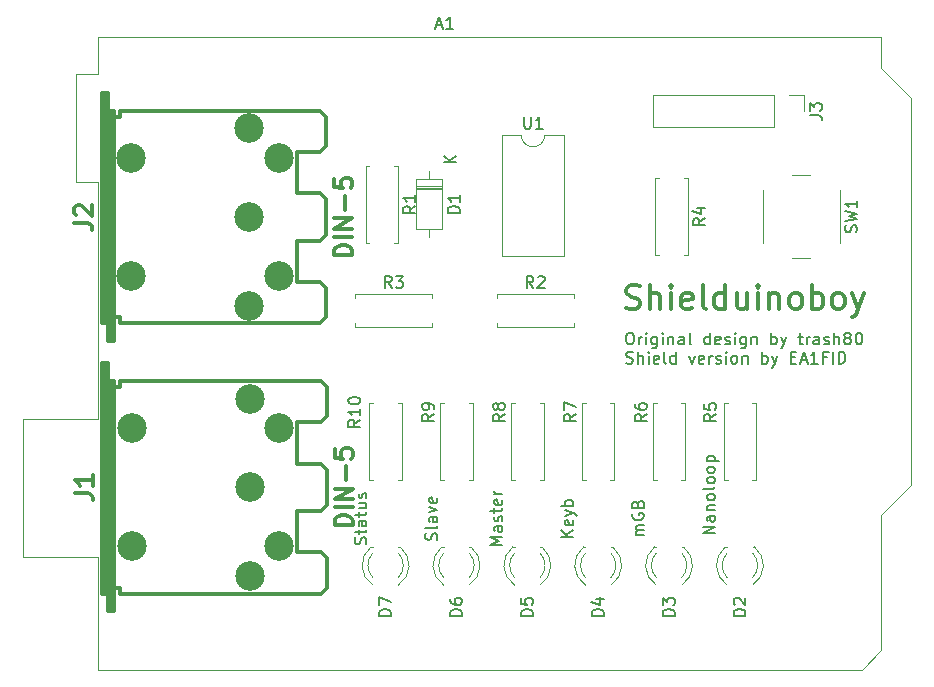
<source format=gbr>
%TF.GenerationSoftware,KiCad,Pcbnew,7.0.1*%
%TF.CreationDate,2023-08-15T23:23:37+02:00*%
%TF.ProjectId,Shielduinoboy,53686965-6c64-4756-996e-6f626f792e6b,rev?*%
%TF.SameCoordinates,Original*%
%TF.FileFunction,Legend,Top*%
%TF.FilePolarity,Positive*%
%FSLAX46Y46*%
G04 Gerber Fmt 4.6, Leading zero omitted, Abs format (unit mm)*
G04 Created by KiCad (PCBNEW 7.0.1) date 2023-08-15 23:23:37*
%MOMM*%
%LPD*%
G01*
G04 APERTURE LIST*
%ADD10C,0.150000*%
%ADD11C,0.300000*%
%ADD12C,0.304800*%
%ADD13C,0.120000*%
%ADD14C,2.499360*%
G04 APERTURE END LIST*
D10*
X157877619Y-121928570D02*
X157210952Y-121928570D01*
X157306190Y-121928570D02*
X157258571Y-121880951D01*
X157258571Y-121880951D02*
X157210952Y-121785713D01*
X157210952Y-121785713D02*
X157210952Y-121642856D01*
X157210952Y-121642856D02*
X157258571Y-121547618D01*
X157258571Y-121547618D02*
X157353809Y-121499999D01*
X157353809Y-121499999D02*
X157877619Y-121499999D01*
X157353809Y-121499999D02*
X157258571Y-121452380D01*
X157258571Y-121452380D02*
X157210952Y-121357142D01*
X157210952Y-121357142D02*
X157210952Y-121214285D01*
X157210952Y-121214285D02*
X157258571Y-121119046D01*
X157258571Y-121119046D02*
X157353809Y-121071427D01*
X157353809Y-121071427D02*
X157877619Y-121071427D01*
X156925238Y-120071428D02*
X156877619Y-120166666D01*
X156877619Y-120166666D02*
X156877619Y-120309523D01*
X156877619Y-120309523D02*
X156925238Y-120452380D01*
X156925238Y-120452380D02*
X157020476Y-120547618D01*
X157020476Y-120547618D02*
X157115714Y-120595237D01*
X157115714Y-120595237D02*
X157306190Y-120642856D01*
X157306190Y-120642856D02*
X157449047Y-120642856D01*
X157449047Y-120642856D02*
X157639523Y-120595237D01*
X157639523Y-120595237D02*
X157734761Y-120547618D01*
X157734761Y-120547618D02*
X157830000Y-120452380D01*
X157830000Y-120452380D02*
X157877619Y-120309523D01*
X157877619Y-120309523D02*
X157877619Y-120214285D01*
X157877619Y-120214285D02*
X157830000Y-120071428D01*
X157830000Y-120071428D02*
X157782380Y-120023809D01*
X157782380Y-120023809D02*
X157449047Y-120023809D01*
X157449047Y-120023809D02*
X157449047Y-120214285D01*
X157353809Y-119261904D02*
X157401428Y-119119047D01*
X157401428Y-119119047D02*
X157449047Y-119071428D01*
X157449047Y-119071428D02*
X157544285Y-119023809D01*
X157544285Y-119023809D02*
X157687142Y-119023809D01*
X157687142Y-119023809D02*
X157782380Y-119071428D01*
X157782380Y-119071428D02*
X157830000Y-119119047D01*
X157830000Y-119119047D02*
X157877619Y-119214285D01*
X157877619Y-119214285D02*
X157877619Y-119595237D01*
X157877619Y-119595237D02*
X156877619Y-119595237D01*
X156877619Y-119595237D02*
X156877619Y-119261904D01*
X156877619Y-119261904D02*
X156925238Y-119166666D01*
X156925238Y-119166666D02*
X156972857Y-119119047D01*
X156972857Y-119119047D02*
X157068095Y-119071428D01*
X157068095Y-119071428D02*
X157163333Y-119071428D01*
X157163333Y-119071428D02*
X157258571Y-119119047D01*
X157258571Y-119119047D02*
X157306190Y-119166666D01*
X157306190Y-119166666D02*
X157353809Y-119261904D01*
X157353809Y-119261904D02*
X157353809Y-119595237D01*
D11*
X156380952Y-102660000D02*
X156666666Y-102755238D01*
X156666666Y-102755238D02*
X157142857Y-102755238D01*
X157142857Y-102755238D02*
X157333333Y-102660000D01*
X157333333Y-102660000D02*
X157428571Y-102564761D01*
X157428571Y-102564761D02*
X157523809Y-102374285D01*
X157523809Y-102374285D02*
X157523809Y-102183809D01*
X157523809Y-102183809D02*
X157428571Y-101993333D01*
X157428571Y-101993333D02*
X157333333Y-101898095D01*
X157333333Y-101898095D02*
X157142857Y-101802857D01*
X157142857Y-101802857D02*
X156761904Y-101707619D01*
X156761904Y-101707619D02*
X156571428Y-101612380D01*
X156571428Y-101612380D02*
X156476190Y-101517142D01*
X156476190Y-101517142D02*
X156380952Y-101326666D01*
X156380952Y-101326666D02*
X156380952Y-101136190D01*
X156380952Y-101136190D02*
X156476190Y-100945714D01*
X156476190Y-100945714D02*
X156571428Y-100850476D01*
X156571428Y-100850476D02*
X156761904Y-100755238D01*
X156761904Y-100755238D02*
X157238095Y-100755238D01*
X157238095Y-100755238D02*
X157523809Y-100850476D01*
X158380952Y-102755238D02*
X158380952Y-100755238D01*
X159238095Y-102755238D02*
X159238095Y-101707619D01*
X159238095Y-101707619D02*
X159142857Y-101517142D01*
X159142857Y-101517142D02*
X158952381Y-101421904D01*
X158952381Y-101421904D02*
X158666666Y-101421904D01*
X158666666Y-101421904D02*
X158476190Y-101517142D01*
X158476190Y-101517142D02*
X158380952Y-101612380D01*
X160190476Y-102755238D02*
X160190476Y-101421904D01*
X160190476Y-100755238D02*
X160095238Y-100850476D01*
X160095238Y-100850476D02*
X160190476Y-100945714D01*
X160190476Y-100945714D02*
X160285714Y-100850476D01*
X160285714Y-100850476D02*
X160190476Y-100755238D01*
X160190476Y-100755238D02*
X160190476Y-100945714D01*
X161904762Y-102660000D02*
X161714286Y-102755238D01*
X161714286Y-102755238D02*
X161333333Y-102755238D01*
X161333333Y-102755238D02*
X161142857Y-102660000D01*
X161142857Y-102660000D02*
X161047619Y-102469523D01*
X161047619Y-102469523D02*
X161047619Y-101707619D01*
X161047619Y-101707619D02*
X161142857Y-101517142D01*
X161142857Y-101517142D02*
X161333333Y-101421904D01*
X161333333Y-101421904D02*
X161714286Y-101421904D01*
X161714286Y-101421904D02*
X161904762Y-101517142D01*
X161904762Y-101517142D02*
X162000000Y-101707619D01*
X162000000Y-101707619D02*
X162000000Y-101898095D01*
X162000000Y-101898095D02*
X161047619Y-102088571D01*
X163142857Y-102755238D02*
X162952381Y-102660000D01*
X162952381Y-102660000D02*
X162857143Y-102469523D01*
X162857143Y-102469523D02*
X162857143Y-100755238D01*
X164761905Y-102755238D02*
X164761905Y-100755238D01*
X164761905Y-102660000D02*
X164571429Y-102755238D01*
X164571429Y-102755238D02*
X164190476Y-102755238D01*
X164190476Y-102755238D02*
X164000000Y-102660000D01*
X164000000Y-102660000D02*
X163904762Y-102564761D01*
X163904762Y-102564761D02*
X163809524Y-102374285D01*
X163809524Y-102374285D02*
X163809524Y-101802857D01*
X163809524Y-101802857D02*
X163904762Y-101612380D01*
X163904762Y-101612380D02*
X164000000Y-101517142D01*
X164000000Y-101517142D02*
X164190476Y-101421904D01*
X164190476Y-101421904D02*
X164571429Y-101421904D01*
X164571429Y-101421904D02*
X164761905Y-101517142D01*
X166571429Y-101421904D02*
X166571429Y-102755238D01*
X165714286Y-101421904D02*
X165714286Y-102469523D01*
X165714286Y-102469523D02*
X165809524Y-102660000D01*
X165809524Y-102660000D02*
X166000000Y-102755238D01*
X166000000Y-102755238D02*
X166285715Y-102755238D01*
X166285715Y-102755238D02*
X166476191Y-102660000D01*
X166476191Y-102660000D02*
X166571429Y-102564761D01*
X167523810Y-102755238D02*
X167523810Y-101421904D01*
X167523810Y-100755238D02*
X167428572Y-100850476D01*
X167428572Y-100850476D02*
X167523810Y-100945714D01*
X167523810Y-100945714D02*
X167619048Y-100850476D01*
X167619048Y-100850476D02*
X167523810Y-100755238D01*
X167523810Y-100755238D02*
X167523810Y-100945714D01*
X168476191Y-101421904D02*
X168476191Y-102755238D01*
X168476191Y-101612380D02*
X168571429Y-101517142D01*
X168571429Y-101517142D02*
X168761905Y-101421904D01*
X168761905Y-101421904D02*
X169047620Y-101421904D01*
X169047620Y-101421904D02*
X169238096Y-101517142D01*
X169238096Y-101517142D02*
X169333334Y-101707619D01*
X169333334Y-101707619D02*
X169333334Y-102755238D01*
X170571429Y-102755238D02*
X170380953Y-102660000D01*
X170380953Y-102660000D02*
X170285715Y-102564761D01*
X170285715Y-102564761D02*
X170190477Y-102374285D01*
X170190477Y-102374285D02*
X170190477Y-101802857D01*
X170190477Y-101802857D02*
X170285715Y-101612380D01*
X170285715Y-101612380D02*
X170380953Y-101517142D01*
X170380953Y-101517142D02*
X170571429Y-101421904D01*
X170571429Y-101421904D02*
X170857144Y-101421904D01*
X170857144Y-101421904D02*
X171047620Y-101517142D01*
X171047620Y-101517142D02*
X171142858Y-101612380D01*
X171142858Y-101612380D02*
X171238096Y-101802857D01*
X171238096Y-101802857D02*
X171238096Y-102374285D01*
X171238096Y-102374285D02*
X171142858Y-102564761D01*
X171142858Y-102564761D02*
X171047620Y-102660000D01*
X171047620Y-102660000D02*
X170857144Y-102755238D01*
X170857144Y-102755238D02*
X170571429Y-102755238D01*
X172095239Y-102755238D02*
X172095239Y-100755238D01*
X172095239Y-101517142D02*
X172285715Y-101421904D01*
X172285715Y-101421904D02*
X172666668Y-101421904D01*
X172666668Y-101421904D02*
X172857144Y-101517142D01*
X172857144Y-101517142D02*
X172952382Y-101612380D01*
X172952382Y-101612380D02*
X173047620Y-101802857D01*
X173047620Y-101802857D02*
X173047620Y-102374285D01*
X173047620Y-102374285D02*
X172952382Y-102564761D01*
X172952382Y-102564761D02*
X172857144Y-102660000D01*
X172857144Y-102660000D02*
X172666668Y-102755238D01*
X172666668Y-102755238D02*
X172285715Y-102755238D01*
X172285715Y-102755238D02*
X172095239Y-102660000D01*
X174190477Y-102755238D02*
X174000001Y-102660000D01*
X174000001Y-102660000D02*
X173904763Y-102564761D01*
X173904763Y-102564761D02*
X173809525Y-102374285D01*
X173809525Y-102374285D02*
X173809525Y-101802857D01*
X173809525Y-101802857D02*
X173904763Y-101612380D01*
X173904763Y-101612380D02*
X174000001Y-101517142D01*
X174000001Y-101517142D02*
X174190477Y-101421904D01*
X174190477Y-101421904D02*
X174476192Y-101421904D01*
X174476192Y-101421904D02*
X174666668Y-101517142D01*
X174666668Y-101517142D02*
X174761906Y-101612380D01*
X174761906Y-101612380D02*
X174857144Y-101802857D01*
X174857144Y-101802857D02*
X174857144Y-102374285D01*
X174857144Y-102374285D02*
X174761906Y-102564761D01*
X174761906Y-102564761D02*
X174666668Y-102660000D01*
X174666668Y-102660000D02*
X174476192Y-102755238D01*
X174476192Y-102755238D02*
X174190477Y-102755238D01*
X175523811Y-101421904D02*
X176000001Y-102755238D01*
X176476192Y-101421904D02*
X176000001Y-102755238D01*
X176000001Y-102755238D02*
X175809525Y-103231428D01*
X175809525Y-103231428D02*
X175714287Y-103326666D01*
X175714287Y-103326666D02*
X175523811Y-103421904D01*
D10*
X163877619Y-121761904D02*
X162877619Y-121761904D01*
X162877619Y-121761904D02*
X163877619Y-121190476D01*
X163877619Y-121190476D02*
X162877619Y-121190476D01*
X163877619Y-120285714D02*
X163353809Y-120285714D01*
X163353809Y-120285714D02*
X163258571Y-120333333D01*
X163258571Y-120333333D02*
X163210952Y-120428571D01*
X163210952Y-120428571D02*
X163210952Y-120619047D01*
X163210952Y-120619047D02*
X163258571Y-120714285D01*
X163830000Y-120285714D02*
X163877619Y-120380952D01*
X163877619Y-120380952D02*
X163877619Y-120619047D01*
X163877619Y-120619047D02*
X163830000Y-120714285D01*
X163830000Y-120714285D02*
X163734761Y-120761904D01*
X163734761Y-120761904D02*
X163639523Y-120761904D01*
X163639523Y-120761904D02*
X163544285Y-120714285D01*
X163544285Y-120714285D02*
X163496666Y-120619047D01*
X163496666Y-120619047D02*
X163496666Y-120380952D01*
X163496666Y-120380952D02*
X163449047Y-120285714D01*
X163210952Y-119809523D02*
X163877619Y-119809523D01*
X163306190Y-119809523D02*
X163258571Y-119761904D01*
X163258571Y-119761904D02*
X163210952Y-119666666D01*
X163210952Y-119666666D02*
X163210952Y-119523809D01*
X163210952Y-119523809D02*
X163258571Y-119428571D01*
X163258571Y-119428571D02*
X163353809Y-119380952D01*
X163353809Y-119380952D02*
X163877619Y-119380952D01*
X163877619Y-118761904D02*
X163830000Y-118857142D01*
X163830000Y-118857142D02*
X163782380Y-118904761D01*
X163782380Y-118904761D02*
X163687142Y-118952380D01*
X163687142Y-118952380D02*
X163401428Y-118952380D01*
X163401428Y-118952380D02*
X163306190Y-118904761D01*
X163306190Y-118904761D02*
X163258571Y-118857142D01*
X163258571Y-118857142D02*
X163210952Y-118761904D01*
X163210952Y-118761904D02*
X163210952Y-118619047D01*
X163210952Y-118619047D02*
X163258571Y-118523809D01*
X163258571Y-118523809D02*
X163306190Y-118476190D01*
X163306190Y-118476190D02*
X163401428Y-118428571D01*
X163401428Y-118428571D02*
X163687142Y-118428571D01*
X163687142Y-118428571D02*
X163782380Y-118476190D01*
X163782380Y-118476190D02*
X163830000Y-118523809D01*
X163830000Y-118523809D02*
X163877619Y-118619047D01*
X163877619Y-118619047D02*
X163877619Y-118761904D01*
X163877619Y-117857142D02*
X163830000Y-117952380D01*
X163830000Y-117952380D02*
X163734761Y-117999999D01*
X163734761Y-117999999D02*
X162877619Y-117999999D01*
X163877619Y-117333332D02*
X163830000Y-117428570D01*
X163830000Y-117428570D02*
X163782380Y-117476189D01*
X163782380Y-117476189D02*
X163687142Y-117523808D01*
X163687142Y-117523808D02*
X163401428Y-117523808D01*
X163401428Y-117523808D02*
X163306190Y-117476189D01*
X163306190Y-117476189D02*
X163258571Y-117428570D01*
X163258571Y-117428570D02*
X163210952Y-117333332D01*
X163210952Y-117333332D02*
X163210952Y-117190475D01*
X163210952Y-117190475D02*
X163258571Y-117095237D01*
X163258571Y-117095237D02*
X163306190Y-117047618D01*
X163306190Y-117047618D02*
X163401428Y-116999999D01*
X163401428Y-116999999D02*
X163687142Y-116999999D01*
X163687142Y-116999999D02*
X163782380Y-117047618D01*
X163782380Y-117047618D02*
X163830000Y-117095237D01*
X163830000Y-117095237D02*
X163877619Y-117190475D01*
X163877619Y-117190475D02*
X163877619Y-117333332D01*
X163877619Y-116428570D02*
X163830000Y-116523808D01*
X163830000Y-116523808D02*
X163782380Y-116571427D01*
X163782380Y-116571427D02*
X163687142Y-116619046D01*
X163687142Y-116619046D02*
X163401428Y-116619046D01*
X163401428Y-116619046D02*
X163306190Y-116571427D01*
X163306190Y-116571427D02*
X163258571Y-116523808D01*
X163258571Y-116523808D02*
X163210952Y-116428570D01*
X163210952Y-116428570D02*
X163210952Y-116285713D01*
X163210952Y-116285713D02*
X163258571Y-116190475D01*
X163258571Y-116190475D02*
X163306190Y-116142856D01*
X163306190Y-116142856D02*
X163401428Y-116095237D01*
X163401428Y-116095237D02*
X163687142Y-116095237D01*
X163687142Y-116095237D02*
X163782380Y-116142856D01*
X163782380Y-116142856D02*
X163830000Y-116190475D01*
X163830000Y-116190475D02*
X163877619Y-116285713D01*
X163877619Y-116285713D02*
X163877619Y-116428570D01*
X163210952Y-115666665D02*
X164210952Y-115666665D01*
X163258571Y-115666665D02*
X163210952Y-115571427D01*
X163210952Y-115571427D02*
X163210952Y-115380951D01*
X163210952Y-115380951D02*
X163258571Y-115285713D01*
X163258571Y-115285713D02*
X163306190Y-115238094D01*
X163306190Y-115238094D02*
X163401428Y-115190475D01*
X163401428Y-115190475D02*
X163687142Y-115190475D01*
X163687142Y-115190475D02*
X163782380Y-115238094D01*
X163782380Y-115238094D02*
X163830000Y-115285713D01*
X163830000Y-115285713D02*
X163877619Y-115380951D01*
X163877619Y-115380951D02*
X163877619Y-115571427D01*
X163877619Y-115571427D02*
X163830000Y-115666665D01*
X151877619Y-122023809D02*
X150877619Y-122023809D01*
X151877619Y-121452381D02*
X151306190Y-121880952D01*
X150877619Y-121452381D02*
X151449047Y-122023809D01*
X151830000Y-120642857D02*
X151877619Y-120738095D01*
X151877619Y-120738095D02*
X151877619Y-120928571D01*
X151877619Y-120928571D02*
X151830000Y-121023809D01*
X151830000Y-121023809D02*
X151734761Y-121071428D01*
X151734761Y-121071428D02*
X151353809Y-121071428D01*
X151353809Y-121071428D02*
X151258571Y-121023809D01*
X151258571Y-121023809D02*
X151210952Y-120928571D01*
X151210952Y-120928571D02*
X151210952Y-120738095D01*
X151210952Y-120738095D02*
X151258571Y-120642857D01*
X151258571Y-120642857D02*
X151353809Y-120595238D01*
X151353809Y-120595238D02*
X151449047Y-120595238D01*
X151449047Y-120595238D02*
X151544285Y-121071428D01*
X151210952Y-120261904D02*
X151877619Y-120023809D01*
X151210952Y-119785714D02*
X151877619Y-120023809D01*
X151877619Y-120023809D02*
X152115714Y-120119047D01*
X152115714Y-120119047D02*
X152163333Y-120166666D01*
X152163333Y-120166666D02*
X152210952Y-120261904D01*
X151877619Y-119404761D02*
X150877619Y-119404761D01*
X151258571Y-119404761D02*
X151210952Y-119309523D01*
X151210952Y-119309523D02*
X151210952Y-119119047D01*
X151210952Y-119119047D02*
X151258571Y-119023809D01*
X151258571Y-119023809D02*
X151306190Y-118976190D01*
X151306190Y-118976190D02*
X151401428Y-118928571D01*
X151401428Y-118928571D02*
X151687142Y-118928571D01*
X151687142Y-118928571D02*
X151782380Y-118976190D01*
X151782380Y-118976190D02*
X151830000Y-119023809D01*
X151830000Y-119023809D02*
X151877619Y-119119047D01*
X151877619Y-119119047D02*
X151877619Y-119309523D01*
X151877619Y-119309523D02*
X151830000Y-119404761D01*
X156597171Y-104757619D02*
X156787647Y-104757619D01*
X156787647Y-104757619D02*
X156882885Y-104805238D01*
X156882885Y-104805238D02*
X156978123Y-104900476D01*
X156978123Y-104900476D02*
X157025742Y-105090952D01*
X157025742Y-105090952D02*
X157025742Y-105424285D01*
X157025742Y-105424285D02*
X156978123Y-105614761D01*
X156978123Y-105614761D02*
X156882885Y-105710000D01*
X156882885Y-105710000D02*
X156787647Y-105757619D01*
X156787647Y-105757619D02*
X156597171Y-105757619D01*
X156597171Y-105757619D02*
X156501933Y-105710000D01*
X156501933Y-105710000D02*
X156406695Y-105614761D01*
X156406695Y-105614761D02*
X156359076Y-105424285D01*
X156359076Y-105424285D02*
X156359076Y-105090952D01*
X156359076Y-105090952D02*
X156406695Y-104900476D01*
X156406695Y-104900476D02*
X156501933Y-104805238D01*
X156501933Y-104805238D02*
X156597171Y-104757619D01*
X157454314Y-105757619D02*
X157454314Y-105090952D01*
X157454314Y-105281428D02*
X157501933Y-105186190D01*
X157501933Y-105186190D02*
X157549552Y-105138571D01*
X157549552Y-105138571D02*
X157644790Y-105090952D01*
X157644790Y-105090952D02*
X157740028Y-105090952D01*
X158073362Y-105757619D02*
X158073362Y-105090952D01*
X158073362Y-104757619D02*
X158025743Y-104805238D01*
X158025743Y-104805238D02*
X158073362Y-104852857D01*
X158073362Y-104852857D02*
X158120981Y-104805238D01*
X158120981Y-104805238D02*
X158073362Y-104757619D01*
X158073362Y-104757619D02*
X158073362Y-104852857D01*
X158978123Y-105090952D02*
X158978123Y-105900476D01*
X158978123Y-105900476D02*
X158930504Y-105995714D01*
X158930504Y-105995714D02*
X158882885Y-106043333D01*
X158882885Y-106043333D02*
X158787647Y-106090952D01*
X158787647Y-106090952D02*
X158644790Y-106090952D01*
X158644790Y-106090952D02*
X158549552Y-106043333D01*
X158978123Y-105710000D02*
X158882885Y-105757619D01*
X158882885Y-105757619D02*
X158692409Y-105757619D01*
X158692409Y-105757619D02*
X158597171Y-105710000D01*
X158597171Y-105710000D02*
X158549552Y-105662380D01*
X158549552Y-105662380D02*
X158501933Y-105567142D01*
X158501933Y-105567142D02*
X158501933Y-105281428D01*
X158501933Y-105281428D02*
X158549552Y-105186190D01*
X158549552Y-105186190D02*
X158597171Y-105138571D01*
X158597171Y-105138571D02*
X158692409Y-105090952D01*
X158692409Y-105090952D02*
X158882885Y-105090952D01*
X158882885Y-105090952D02*
X158978123Y-105138571D01*
X159454314Y-105757619D02*
X159454314Y-105090952D01*
X159454314Y-104757619D02*
X159406695Y-104805238D01*
X159406695Y-104805238D02*
X159454314Y-104852857D01*
X159454314Y-104852857D02*
X159501933Y-104805238D01*
X159501933Y-104805238D02*
X159454314Y-104757619D01*
X159454314Y-104757619D02*
X159454314Y-104852857D01*
X159930504Y-105090952D02*
X159930504Y-105757619D01*
X159930504Y-105186190D02*
X159978123Y-105138571D01*
X159978123Y-105138571D02*
X160073361Y-105090952D01*
X160073361Y-105090952D02*
X160216218Y-105090952D01*
X160216218Y-105090952D02*
X160311456Y-105138571D01*
X160311456Y-105138571D02*
X160359075Y-105233809D01*
X160359075Y-105233809D02*
X160359075Y-105757619D01*
X161263837Y-105757619D02*
X161263837Y-105233809D01*
X161263837Y-105233809D02*
X161216218Y-105138571D01*
X161216218Y-105138571D02*
X161120980Y-105090952D01*
X161120980Y-105090952D02*
X160930504Y-105090952D01*
X160930504Y-105090952D02*
X160835266Y-105138571D01*
X161263837Y-105710000D02*
X161168599Y-105757619D01*
X161168599Y-105757619D02*
X160930504Y-105757619D01*
X160930504Y-105757619D02*
X160835266Y-105710000D01*
X160835266Y-105710000D02*
X160787647Y-105614761D01*
X160787647Y-105614761D02*
X160787647Y-105519523D01*
X160787647Y-105519523D02*
X160835266Y-105424285D01*
X160835266Y-105424285D02*
X160930504Y-105376666D01*
X160930504Y-105376666D02*
X161168599Y-105376666D01*
X161168599Y-105376666D02*
X161263837Y-105329047D01*
X161882885Y-105757619D02*
X161787647Y-105710000D01*
X161787647Y-105710000D02*
X161740028Y-105614761D01*
X161740028Y-105614761D02*
X161740028Y-104757619D01*
X163454314Y-105757619D02*
X163454314Y-104757619D01*
X163454314Y-105710000D02*
X163359076Y-105757619D01*
X163359076Y-105757619D02*
X163168600Y-105757619D01*
X163168600Y-105757619D02*
X163073362Y-105710000D01*
X163073362Y-105710000D02*
X163025743Y-105662380D01*
X163025743Y-105662380D02*
X162978124Y-105567142D01*
X162978124Y-105567142D02*
X162978124Y-105281428D01*
X162978124Y-105281428D02*
X163025743Y-105186190D01*
X163025743Y-105186190D02*
X163073362Y-105138571D01*
X163073362Y-105138571D02*
X163168600Y-105090952D01*
X163168600Y-105090952D02*
X163359076Y-105090952D01*
X163359076Y-105090952D02*
X163454314Y-105138571D01*
X164311457Y-105710000D02*
X164216219Y-105757619D01*
X164216219Y-105757619D02*
X164025743Y-105757619D01*
X164025743Y-105757619D02*
X163930505Y-105710000D01*
X163930505Y-105710000D02*
X163882886Y-105614761D01*
X163882886Y-105614761D02*
X163882886Y-105233809D01*
X163882886Y-105233809D02*
X163930505Y-105138571D01*
X163930505Y-105138571D02*
X164025743Y-105090952D01*
X164025743Y-105090952D02*
X164216219Y-105090952D01*
X164216219Y-105090952D02*
X164311457Y-105138571D01*
X164311457Y-105138571D02*
X164359076Y-105233809D01*
X164359076Y-105233809D02*
X164359076Y-105329047D01*
X164359076Y-105329047D02*
X163882886Y-105424285D01*
X164740029Y-105710000D02*
X164835267Y-105757619D01*
X164835267Y-105757619D02*
X165025743Y-105757619D01*
X165025743Y-105757619D02*
X165120981Y-105710000D01*
X165120981Y-105710000D02*
X165168600Y-105614761D01*
X165168600Y-105614761D02*
X165168600Y-105567142D01*
X165168600Y-105567142D02*
X165120981Y-105471904D01*
X165120981Y-105471904D02*
X165025743Y-105424285D01*
X165025743Y-105424285D02*
X164882886Y-105424285D01*
X164882886Y-105424285D02*
X164787648Y-105376666D01*
X164787648Y-105376666D02*
X164740029Y-105281428D01*
X164740029Y-105281428D02*
X164740029Y-105233809D01*
X164740029Y-105233809D02*
X164787648Y-105138571D01*
X164787648Y-105138571D02*
X164882886Y-105090952D01*
X164882886Y-105090952D02*
X165025743Y-105090952D01*
X165025743Y-105090952D02*
X165120981Y-105138571D01*
X165597172Y-105757619D02*
X165597172Y-105090952D01*
X165597172Y-104757619D02*
X165549553Y-104805238D01*
X165549553Y-104805238D02*
X165597172Y-104852857D01*
X165597172Y-104852857D02*
X165644791Y-104805238D01*
X165644791Y-104805238D02*
X165597172Y-104757619D01*
X165597172Y-104757619D02*
X165597172Y-104852857D01*
X166501933Y-105090952D02*
X166501933Y-105900476D01*
X166501933Y-105900476D02*
X166454314Y-105995714D01*
X166454314Y-105995714D02*
X166406695Y-106043333D01*
X166406695Y-106043333D02*
X166311457Y-106090952D01*
X166311457Y-106090952D02*
X166168600Y-106090952D01*
X166168600Y-106090952D02*
X166073362Y-106043333D01*
X166501933Y-105710000D02*
X166406695Y-105757619D01*
X166406695Y-105757619D02*
X166216219Y-105757619D01*
X166216219Y-105757619D02*
X166120981Y-105710000D01*
X166120981Y-105710000D02*
X166073362Y-105662380D01*
X166073362Y-105662380D02*
X166025743Y-105567142D01*
X166025743Y-105567142D02*
X166025743Y-105281428D01*
X166025743Y-105281428D02*
X166073362Y-105186190D01*
X166073362Y-105186190D02*
X166120981Y-105138571D01*
X166120981Y-105138571D02*
X166216219Y-105090952D01*
X166216219Y-105090952D02*
X166406695Y-105090952D01*
X166406695Y-105090952D02*
X166501933Y-105138571D01*
X166978124Y-105090952D02*
X166978124Y-105757619D01*
X166978124Y-105186190D02*
X167025743Y-105138571D01*
X167025743Y-105138571D02*
X167120981Y-105090952D01*
X167120981Y-105090952D02*
X167263838Y-105090952D01*
X167263838Y-105090952D02*
X167359076Y-105138571D01*
X167359076Y-105138571D02*
X167406695Y-105233809D01*
X167406695Y-105233809D02*
X167406695Y-105757619D01*
X168644791Y-105757619D02*
X168644791Y-104757619D01*
X168644791Y-105138571D02*
X168740029Y-105090952D01*
X168740029Y-105090952D02*
X168930505Y-105090952D01*
X168930505Y-105090952D02*
X169025743Y-105138571D01*
X169025743Y-105138571D02*
X169073362Y-105186190D01*
X169073362Y-105186190D02*
X169120981Y-105281428D01*
X169120981Y-105281428D02*
X169120981Y-105567142D01*
X169120981Y-105567142D02*
X169073362Y-105662380D01*
X169073362Y-105662380D02*
X169025743Y-105710000D01*
X169025743Y-105710000D02*
X168930505Y-105757619D01*
X168930505Y-105757619D02*
X168740029Y-105757619D01*
X168740029Y-105757619D02*
X168644791Y-105710000D01*
X169454315Y-105090952D02*
X169692410Y-105757619D01*
X169930505Y-105090952D02*
X169692410Y-105757619D01*
X169692410Y-105757619D02*
X169597172Y-105995714D01*
X169597172Y-105995714D02*
X169549553Y-106043333D01*
X169549553Y-106043333D02*
X169454315Y-106090952D01*
X170930506Y-105090952D02*
X171311458Y-105090952D01*
X171073363Y-104757619D02*
X171073363Y-105614761D01*
X171073363Y-105614761D02*
X171120982Y-105710000D01*
X171120982Y-105710000D02*
X171216220Y-105757619D01*
X171216220Y-105757619D02*
X171311458Y-105757619D01*
X171644792Y-105757619D02*
X171644792Y-105090952D01*
X171644792Y-105281428D02*
X171692411Y-105186190D01*
X171692411Y-105186190D02*
X171740030Y-105138571D01*
X171740030Y-105138571D02*
X171835268Y-105090952D01*
X171835268Y-105090952D02*
X171930506Y-105090952D01*
X172692411Y-105757619D02*
X172692411Y-105233809D01*
X172692411Y-105233809D02*
X172644792Y-105138571D01*
X172644792Y-105138571D02*
X172549554Y-105090952D01*
X172549554Y-105090952D02*
X172359078Y-105090952D01*
X172359078Y-105090952D02*
X172263840Y-105138571D01*
X172692411Y-105710000D02*
X172597173Y-105757619D01*
X172597173Y-105757619D02*
X172359078Y-105757619D01*
X172359078Y-105757619D02*
X172263840Y-105710000D01*
X172263840Y-105710000D02*
X172216221Y-105614761D01*
X172216221Y-105614761D02*
X172216221Y-105519523D01*
X172216221Y-105519523D02*
X172263840Y-105424285D01*
X172263840Y-105424285D02*
X172359078Y-105376666D01*
X172359078Y-105376666D02*
X172597173Y-105376666D01*
X172597173Y-105376666D02*
X172692411Y-105329047D01*
X173120983Y-105710000D02*
X173216221Y-105757619D01*
X173216221Y-105757619D02*
X173406697Y-105757619D01*
X173406697Y-105757619D02*
X173501935Y-105710000D01*
X173501935Y-105710000D02*
X173549554Y-105614761D01*
X173549554Y-105614761D02*
X173549554Y-105567142D01*
X173549554Y-105567142D02*
X173501935Y-105471904D01*
X173501935Y-105471904D02*
X173406697Y-105424285D01*
X173406697Y-105424285D02*
X173263840Y-105424285D01*
X173263840Y-105424285D02*
X173168602Y-105376666D01*
X173168602Y-105376666D02*
X173120983Y-105281428D01*
X173120983Y-105281428D02*
X173120983Y-105233809D01*
X173120983Y-105233809D02*
X173168602Y-105138571D01*
X173168602Y-105138571D02*
X173263840Y-105090952D01*
X173263840Y-105090952D02*
X173406697Y-105090952D01*
X173406697Y-105090952D02*
X173501935Y-105138571D01*
X173978126Y-105757619D02*
X173978126Y-104757619D01*
X174406697Y-105757619D02*
X174406697Y-105233809D01*
X174406697Y-105233809D02*
X174359078Y-105138571D01*
X174359078Y-105138571D02*
X174263840Y-105090952D01*
X174263840Y-105090952D02*
X174120983Y-105090952D01*
X174120983Y-105090952D02*
X174025745Y-105138571D01*
X174025745Y-105138571D02*
X173978126Y-105186190D01*
X175025745Y-105186190D02*
X174930507Y-105138571D01*
X174930507Y-105138571D02*
X174882888Y-105090952D01*
X174882888Y-105090952D02*
X174835269Y-104995714D01*
X174835269Y-104995714D02*
X174835269Y-104948095D01*
X174835269Y-104948095D02*
X174882888Y-104852857D01*
X174882888Y-104852857D02*
X174930507Y-104805238D01*
X174930507Y-104805238D02*
X175025745Y-104757619D01*
X175025745Y-104757619D02*
X175216221Y-104757619D01*
X175216221Y-104757619D02*
X175311459Y-104805238D01*
X175311459Y-104805238D02*
X175359078Y-104852857D01*
X175359078Y-104852857D02*
X175406697Y-104948095D01*
X175406697Y-104948095D02*
X175406697Y-104995714D01*
X175406697Y-104995714D02*
X175359078Y-105090952D01*
X175359078Y-105090952D02*
X175311459Y-105138571D01*
X175311459Y-105138571D02*
X175216221Y-105186190D01*
X175216221Y-105186190D02*
X175025745Y-105186190D01*
X175025745Y-105186190D02*
X174930507Y-105233809D01*
X174930507Y-105233809D02*
X174882888Y-105281428D01*
X174882888Y-105281428D02*
X174835269Y-105376666D01*
X174835269Y-105376666D02*
X174835269Y-105567142D01*
X174835269Y-105567142D02*
X174882888Y-105662380D01*
X174882888Y-105662380D02*
X174930507Y-105710000D01*
X174930507Y-105710000D02*
X175025745Y-105757619D01*
X175025745Y-105757619D02*
X175216221Y-105757619D01*
X175216221Y-105757619D02*
X175311459Y-105710000D01*
X175311459Y-105710000D02*
X175359078Y-105662380D01*
X175359078Y-105662380D02*
X175406697Y-105567142D01*
X175406697Y-105567142D02*
X175406697Y-105376666D01*
X175406697Y-105376666D02*
X175359078Y-105281428D01*
X175359078Y-105281428D02*
X175311459Y-105233809D01*
X175311459Y-105233809D02*
X175216221Y-105186190D01*
X176025745Y-104757619D02*
X176120983Y-104757619D01*
X176120983Y-104757619D02*
X176216221Y-104805238D01*
X176216221Y-104805238D02*
X176263840Y-104852857D01*
X176263840Y-104852857D02*
X176311459Y-104948095D01*
X176311459Y-104948095D02*
X176359078Y-105138571D01*
X176359078Y-105138571D02*
X176359078Y-105376666D01*
X176359078Y-105376666D02*
X176311459Y-105567142D01*
X176311459Y-105567142D02*
X176263840Y-105662380D01*
X176263840Y-105662380D02*
X176216221Y-105710000D01*
X176216221Y-105710000D02*
X176120983Y-105757619D01*
X176120983Y-105757619D02*
X176025745Y-105757619D01*
X176025745Y-105757619D02*
X175930507Y-105710000D01*
X175930507Y-105710000D02*
X175882888Y-105662380D01*
X175882888Y-105662380D02*
X175835269Y-105567142D01*
X175835269Y-105567142D02*
X175787650Y-105376666D01*
X175787650Y-105376666D02*
X175787650Y-105138571D01*
X175787650Y-105138571D02*
X175835269Y-104948095D01*
X175835269Y-104948095D02*
X175882888Y-104852857D01*
X175882888Y-104852857D02*
X175930507Y-104805238D01*
X175930507Y-104805238D02*
X176025745Y-104757619D01*
X156359076Y-107330000D02*
X156501933Y-107377619D01*
X156501933Y-107377619D02*
X156740028Y-107377619D01*
X156740028Y-107377619D02*
X156835266Y-107330000D01*
X156835266Y-107330000D02*
X156882885Y-107282380D01*
X156882885Y-107282380D02*
X156930504Y-107187142D01*
X156930504Y-107187142D02*
X156930504Y-107091904D01*
X156930504Y-107091904D02*
X156882885Y-106996666D01*
X156882885Y-106996666D02*
X156835266Y-106949047D01*
X156835266Y-106949047D02*
X156740028Y-106901428D01*
X156740028Y-106901428D02*
X156549552Y-106853809D01*
X156549552Y-106853809D02*
X156454314Y-106806190D01*
X156454314Y-106806190D02*
X156406695Y-106758571D01*
X156406695Y-106758571D02*
X156359076Y-106663333D01*
X156359076Y-106663333D02*
X156359076Y-106568095D01*
X156359076Y-106568095D02*
X156406695Y-106472857D01*
X156406695Y-106472857D02*
X156454314Y-106425238D01*
X156454314Y-106425238D02*
X156549552Y-106377619D01*
X156549552Y-106377619D02*
X156787647Y-106377619D01*
X156787647Y-106377619D02*
X156930504Y-106425238D01*
X157359076Y-107377619D02*
X157359076Y-106377619D01*
X157787647Y-107377619D02*
X157787647Y-106853809D01*
X157787647Y-106853809D02*
X157740028Y-106758571D01*
X157740028Y-106758571D02*
X157644790Y-106710952D01*
X157644790Y-106710952D02*
X157501933Y-106710952D01*
X157501933Y-106710952D02*
X157406695Y-106758571D01*
X157406695Y-106758571D02*
X157359076Y-106806190D01*
X158263838Y-107377619D02*
X158263838Y-106710952D01*
X158263838Y-106377619D02*
X158216219Y-106425238D01*
X158216219Y-106425238D02*
X158263838Y-106472857D01*
X158263838Y-106472857D02*
X158311457Y-106425238D01*
X158311457Y-106425238D02*
X158263838Y-106377619D01*
X158263838Y-106377619D02*
X158263838Y-106472857D01*
X159120980Y-107330000D02*
X159025742Y-107377619D01*
X159025742Y-107377619D02*
X158835266Y-107377619D01*
X158835266Y-107377619D02*
X158740028Y-107330000D01*
X158740028Y-107330000D02*
X158692409Y-107234761D01*
X158692409Y-107234761D02*
X158692409Y-106853809D01*
X158692409Y-106853809D02*
X158740028Y-106758571D01*
X158740028Y-106758571D02*
X158835266Y-106710952D01*
X158835266Y-106710952D02*
X159025742Y-106710952D01*
X159025742Y-106710952D02*
X159120980Y-106758571D01*
X159120980Y-106758571D02*
X159168599Y-106853809D01*
X159168599Y-106853809D02*
X159168599Y-106949047D01*
X159168599Y-106949047D02*
X158692409Y-107044285D01*
X159740028Y-107377619D02*
X159644790Y-107330000D01*
X159644790Y-107330000D02*
X159597171Y-107234761D01*
X159597171Y-107234761D02*
X159597171Y-106377619D01*
X160549552Y-107377619D02*
X160549552Y-106377619D01*
X160549552Y-107330000D02*
X160454314Y-107377619D01*
X160454314Y-107377619D02*
X160263838Y-107377619D01*
X160263838Y-107377619D02*
X160168600Y-107330000D01*
X160168600Y-107330000D02*
X160120981Y-107282380D01*
X160120981Y-107282380D02*
X160073362Y-107187142D01*
X160073362Y-107187142D02*
X160073362Y-106901428D01*
X160073362Y-106901428D02*
X160120981Y-106806190D01*
X160120981Y-106806190D02*
X160168600Y-106758571D01*
X160168600Y-106758571D02*
X160263838Y-106710952D01*
X160263838Y-106710952D02*
X160454314Y-106710952D01*
X160454314Y-106710952D02*
X160549552Y-106758571D01*
X161692410Y-106710952D02*
X161930505Y-107377619D01*
X161930505Y-107377619D02*
X162168600Y-106710952D01*
X162930505Y-107330000D02*
X162835267Y-107377619D01*
X162835267Y-107377619D02*
X162644791Y-107377619D01*
X162644791Y-107377619D02*
X162549553Y-107330000D01*
X162549553Y-107330000D02*
X162501934Y-107234761D01*
X162501934Y-107234761D02*
X162501934Y-106853809D01*
X162501934Y-106853809D02*
X162549553Y-106758571D01*
X162549553Y-106758571D02*
X162644791Y-106710952D01*
X162644791Y-106710952D02*
X162835267Y-106710952D01*
X162835267Y-106710952D02*
X162930505Y-106758571D01*
X162930505Y-106758571D02*
X162978124Y-106853809D01*
X162978124Y-106853809D02*
X162978124Y-106949047D01*
X162978124Y-106949047D02*
X162501934Y-107044285D01*
X163406696Y-107377619D02*
X163406696Y-106710952D01*
X163406696Y-106901428D02*
X163454315Y-106806190D01*
X163454315Y-106806190D02*
X163501934Y-106758571D01*
X163501934Y-106758571D02*
X163597172Y-106710952D01*
X163597172Y-106710952D02*
X163692410Y-106710952D01*
X163978125Y-107330000D02*
X164073363Y-107377619D01*
X164073363Y-107377619D02*
X164263839Y-107377619D01*
X164263839Y-107377619D02*
X164359077Y-107330000D01*
X164359077Y-107330000D02*
X164406696Y-107234761D01*
X164406696Y-107234761D02*
X164406696Y-107187142D01*
X164406696Y-107187142D02*
X164359077Y-107091904D01*
X164359077Y-107091904D02*
X164263839Y-107044285D01*
X164263839Y-107044285D02*
X164120982Y-107044285D01*
X164120982Y-107044285D02*
X164025744Y-106996666D01*
X164025744Y-106996666D02*
X163978125Y-106901428D01*
X163978125Y-106901428D02*
X163978125Y-106853809D01*
X163978125Y-106853809D02*
X164025744Y-106758571D01*
X164025744Y-106758571D02*
X164120982Y-106710952D01*
X164120982Y-106710952D02*
X164263839Y-106710952D01*
X164263839Y-106710952D02*
X164359077Y-106758571D01*
X164835268Y-107377619D02*
X164835268Y-106710952D01*
X164835268Y-106377619D02*
X164787649Y-106425238D01*
X164787649Y-106425238D02*
X164835268Y-106472857D01*
X164835268Y-106472857D02*
X164882887Y-106425238D01*
X164882887Y-106425238D02*
X164835268Y-106377619D01*
X164835268Y-106377619D02*
X164835268Y-106472857D01*
X165454315Y-107377619D02*
X165359077Y-107330000D01*
X165359077Y-107330000D02*
X165311458Y-107282380D01*
X165311458Y-107282380D02*
X165263839Y-107187142D01*
X165263839Y-107187142D02*
X165263839Y-106901428D01*
X165263839Y-106901428D02*
X165311458Y-106806190D01*
X165311458Y-106806190D02*
X165359077Y-106758571D01*
X165359077Y-106758571D02*
X165454315Y-106710952D01*
X165454315Y-106710952D02*
X165597172Y-106710952D01*
X165597172Y-106710952D02*
X165692410Y-106758571D01*
X165692410Y-106758571D02*
X165740029Y-106806190D01*
X165740029Y-106806190D02*
X165787648Y-106901428D01*
X165787648Y-106901428D02*
X165787648Y-107187142D01*
X165787648Y-107187142D02*
X165740029Y-107282380D01*
X165740029Y-107282380D02*
X165692410Y-107330000D01*
X165692410Y-107330000D02*
X165597172Y-107377619D01*
X165597172Y-107377619D02*
X165454315Y-107377619D01*
X166216220Y-106710952D02*
X166216220Y-107377619D01*
X166216220Y-106806190D02*
X166263839Y-106758571D01*
X166263839Y-106758571D02*
X166359077Y-106710952D01*
X166359077Y-106710952D02*
X166501934Y-106710952D01*
X166501934Y-106710952D02*
X166597172Y-106758571D01*
X166597172Y-106758571D02*
X166644791Y-106853809D01*
X166644791Y-106853809D02*
X166644791Y-107377619D01*
X167882887Y-107377619D02*
X167882887Y-106377619D01*
X167882887Y-106758571D02*
X167978125Y-106710952D01*
X167978125Y-106710952D02*
X168168601Y-106710952D01*
X168168601Y-106710952D02*
X168263839Y-106758571D01*
X168263839Y-106758571D02*
X168311458Y-106806190D01*
X168311458Y-106806190D02*
X168359077Y-106901428D01*
X168359077Y-106901428D02*
X168359077Y-107187142D01*
X168359077Y-107187142D02*
X168311458Y-107282380D01*
X168311458Y-107282380D02*
X168263839Y-107330000D01*
X168263839Y-107330000D02*
X168168601Y-107377619D01*
X168168601Y-107377619D02*
X167978125Y-107377619D01*
X167978125Y-107377619D02*
X167882887Y-107330000D01*
X168692411Y-106710952D02*
X168930506Y-107377619D01*
X169168601Y-106710952D02*
X168930506Y-107377619D01*
X168930506Y-107377619D02*
X168835268Y-107615714D01*
X168835268Y-107615714D02*
X168787649Y-107663333D01*
X168787649Y-107663333D02*
X168692411Y-107710952D01*
X170311459Y-106853809D02*
X170644792Y-106853809D01*
X170787649Y-107377619D02*
X170311459Y-107377619D01*
X170311459Y-107377619D02*
X170311459Y-106377619D01*
X170311459Y-106377619D02*
X170787649Y-106377619D01*
X171168602Y-107091904D02*
X171644792Y-107091904D01*
X171073364Y-107377619D02*
X171406697Y-106377619D01*
X171406697Y-106377619D02*
X171740030Y-107377619D01*
X172597173Y-107377619D02*
X172025745Y-107377619D01*
X172311459Y-107377619D02*
X172311459Y-106377619D01*
X172311459Y-106377619D02*
X172216221Y-106520476D01*
X172216221Y-106520476D02*
X172120983Y-106615714D01*
X172120983Y-106615714D02*
X172025745Y-106663333D01*
X173359078Y-106853809D02*
X173025745Y-106853809D01*
X173025745Y-107377619D02*
X173025745Y-106377619D01*
X173025745Y-106377619D02*
X173501935Y-106377619D01*
X173882888Y-107377619D02*
X173882888Y-106377619D01*
X174359078Y-107377619D02*
X174359078Y-106377619D01*
X174359078Y-106377619D02*
X174597173Y-106377619D01*
X174597173Y-106377619D02*
X174740030Y-106425238D01*
X174740030Y-106425238D02*
X174835268Y-106520476D01*
X174835268Y-106520476D02*
X174882887Y-106615714D01*
X174882887Y-106615714D02*
X174930506Y-106806190D01*
X174930506Y-106806190D02*
X174930506Y-106949047D01*
X174930506Y-106949047D02*
X174882887Y-107139523D01*
X174882887Y-107139523D02*
X174835268Y-107234761D01*
X174835268Y-107234761D02*
X174740030Y-107330000D01*
X174740030Y-107330000D02*
X174597173Y-107377619D01*
X174597173Y-107377619D02*
X174359078Y-107377619D01*
X134330000Y-122666666D02*
X134377619Y-122523809D01*
X134377619Y-122523809D02*
X134377619Y-122285714D01*
X134377619Y-122285714D02*
X134330000Y-122190476D01*
X134330000Y-122190476D02*
X134282380Y-122142857D01*
X134282380Y-122142857D02*
X134187142Y-122095238D01*
X134187142Y-122095238D02*
X134091904Y-122095238D01*
X134091904Y-122095238D02*
X133996666Y-122142857D01*
X133996666Y-122142857D02*
X133949047Y-122190476D01*
X133949047Y-122190476D02*
X133901428Y-122285714D01*
X133901428Y-122285714D02*
X133853809Y-122476190D01*
X133853809Y-122476190D02*
X133806190Y-122571428D01*
X133806190Y-122571428D02*
X133758571Y-122619047D01*
X133758571Y-122619047D02*
X133663333Y-122666666D01*
X133663333Y-122666666D02*
X133568095Y-122666666D01*
X133568095Y-122666666D02*
X133472857Y-122619047D01*
X133472857Y-122619047D02*
X133425238Y-122571428D01*
X133425238Y-122571428D02*
X133377619Y-122476190D01*
X133377619Y-122476190D02*
X133377619Y-122238095D01*
X133377619Y-122238095D02*
X133425238Y-122095238D01*
X133710952Y-121809523D02*
X133710952Y-121428571D01*
X133377619Y-121666666D02*
X134234761Y-121666666D01*
X134234761Y-121666666D02*
X134330000Y-121619047D01*
X134330000Y-121619047D02*
X134377619Y-121523809D01*
X134377619Y-121523809D02*
X134377619Y-121428571D01*
X134377619Y-120666666D02*
X133853809Y-120666666D01*
X133853809Y-120666666D02*
X133758571Y-120714285D01*
X133758571Y-120714285D02*
X133710952Y-120809523D01*
X133710952Y-120809523D02*
X133710952Y-120999999D01*
X133710952Y-120999999D02*
X133758571Y-121095237D01*
X134330000Y-120666666D02*
X134377619Y-120761904D01*
X134377619Y-120761904D02*
X134377619Y-120999999D01*
X134377619Y-120999999D02*
X134330000Y-121095237D01*
X134330000Y-121095237D02*
X134234761Y-121142856D01*
X134234761Y-121142856D02*
X134139523Y-121142856D01*
X134139523Y-121142856D02*
X134044285Y-121095237D01*
X134044285Y-121095237D02*
X133996666Y-120999999D01*
X133996666Y-120999999D02*
X133996666Y-120761904D01*
X133996666Y-120761904D02*
X133949047Y-120666666D01*
X133710952Y-120333332D02*
X133710952Y-119952380D01*
X133377619Y-120190475D02*
X134234761Y-120190475D01*
X134234761Y-120190475D02*
X134330000Y-120142856D01*
X134330000Y-120142856D02*
X134377619Y-120047618D01*
X134377619Y-120047618D02*
X134377619Y-119952380D01*
X133710952Y-119190475D02*
X134377619Y-119190475D01*
X133710952Y-119619046D02*
X134234761Y-119619046D01*
X134234761Y-119619046D02*
X134330000Y-119571427D01*
X134330000Y-119571427D02*
X134377619Y-119476189D01*
X134377619Y-119476189D02*
X134377619Y-119333332D01*
X134377619Y-119333332D02*
X134330000Y-119238094D01*
X134330000Y-119238094D02*
X134282380Y-119190475D01*
X134330000Y-118761903D02*
X134377619Y-118666665D01*
X134377619Y-118666665D02*
X134377619Y-118476189D01*
X134377619Y-118476189D02*
X134330000Y-118380951D01*
X134330000Y-118380951D02*
X134234761Y-118333332D01*
X134234761Y-118333332D02*
X134187142Y-118333332D01*
X134187142Y-118333332D02*
X134091904Y-118380951D01*
X134091904Y-118380951D02*
X134044285Y-118476189D01*
X134044285Y-118476189D02*
X134044285Y-118619046D01*
X134044285Y-118619046D02*
X133996666Y-118714284D01*
X133996666Y-118714284D02*
X133901428Y-118761903D01*
X133901428Y-118761903D02*
X133853809Y-118761903D01*
X133853809Y-118761903D02*
X133758571Y-118714284D01*
X133758571Y-118714284D02*
X133710952Y-118619046D01*
X133710952Y-118619046D02*
X133710952Y-118476189D01*
X133710952Y-118476189D02*
X133758571Y-118380951D01*
X145877619Y-122714285D02*
X144877619Y-122714285D01*
X144877619Y-122714285D02*
X145591904Y-122380952D01*
X145591904Y-122380952D02*
X144877619Y-122047619D01*
X144877619Y-122047619D02*
X145877619Y-122047619D01*
X145877619Y-121142857D02*
X145353809Y-121142857D01*
X145353809Y-121142857D02*
X145258571Y-121190476D01*
X145258571Y-121190476D02*
X145210952Y-121285714D01*
X145210952Y-121285714D02*
X145210952Y-121476190D01*
X145210952Y-121476190D02*
X145258571Y-121571428D01*
X145830000Y-121142857D02*
X145877619Y-121238095D01*
X145877619Y-121238095D02*
X145877619Y-121476190D01*
X145877619Y-121476190D02*
X145830000Y-121571428D01*
X145830000Y-121571428D02*
X145734761Y-121619047D01*
X145734761Y-121619047D02*
X145639523Y-121619047D01*
X145639523Y-121619047D02*
X145544285Y-121571428D01*
X145544285Y-121571428D02*
X145496666Y-121476190D01*
X145496666Y-121476190D02*
X145496666Y-121238095D01*
X145496666Y-121238095D02*
X145449047Y-121142857D01*
X145830000Y-120714285D02*
X145877619Y-120619047D01*
X145877619Y-120619047D02*
X145877619Y-120428571D01*
X145877619Y-120428571D02*
X145830000Y-120333333D01*
X145830000Y-120333333D02*
X145734761Y-120285714D01*
X145734761Y-120285714D02*
X145687142Y-120285714D01*
X145687142Y-120285714D02*
X145591904Y-120333333D01*
X145591904Y-120333333D02*
X145544285Y-120428571D01*
X145544285Y-120428571D02*
X145544285Y-120571428D01*
X145544285Y-120571428D02*
X145496666Y-120666666D01*
X145496666Y-120666666D02*
X145401428Y-120714285D01*
X145401428Y-120714285D02*
X145353809Y-120714285D01*
X145353809Y-120714285D02*
X145258571Y-120666666D01*
X145258571Y-120666666D02*
X145210952Y-120571428D01*
X145210952Y-120571428D02*
X145210952Y-120428571D01*
X145210952Y-120428571D02*
X145258571Y-120333333D01*
X145210952Y-119999999D02*
X145210952Y-119619047D01*
X144877619Y-119857142D02*
X145734761Y-119857142D01*
X145734761Y-119857142D02*
X145830000Y-119809523D01*
X145830000Y-119809523D02*
X145877619Y-119714285D01*
X145877619Y-119714285D02*
X145877619Y-119619047D01*
X145830000Y-118904761D02*
X145877619Y-118999999D01*
X145877619Y-118999999D02*
X145877619Y-119190475D01*
X145877619Y-119190475D02*
X145830000Y-119285713D01*
X145830000Y-119285713D02*
X145734761Y-119333332D01*
X145734761Y-119333332D02*
X145353809Y-119333332D01*
X145353809Y-119333332D02*
X145258571Y-119285713D01*
X145258571Y-119285713D02*
X145210952Y-119190475D01*
X145210952Y-119190475D02*
X145210952Y-118999999D01*
X145210952Y-118999999D02*
X145258571Y-118904761D01*
X145258571Y-118904761D02*
X145353809Y-118857142D01*
X145353809Y-118857142D02*
X145449047Y-118857142D01*
X145449047Y-118857142D02*
X145544285Y-119333332D01*
X145877619Y-118428570D02*
X145210952Y-118428570D01*
X145401428Y-118428570D02*
X145306190Y-118380951D01*
X145306190Y-118380951D02*
X145258571Y-118333332D01*
X145258571Y-118333332D02*
X145210952Y-118238094D01*
X145210952Y-118238094D02*
X145210952Y-118142856D01*
X140330000Y-122309523D02*
X140377619Y-122166666D01*
X140377619Y-122166666D02*
X140377619Y-121928571D01*
X140377619Y-121928571D02*
X140330000Y-121833333D01*
X140330000Y-121833333D02*
X140282380Y-121785714D01*
X140282380Y-121785714D02*
X140187142Y-121738095D01*
X140187142Y-121738095D02*
X140091904Y-121738095D01*
X140091904Y-121738095D02*
X139996666Y-121785714D01*
X139996666Y-121785714D02*
X139949047Y-121833333D01*
X139949047Y-121833333D02*
X139901428Y-121928571D01*
X139901428Y-121928571D02*
X139853809Y-122119047D01*
X139853809Y-122119047D02*
X139806190Y-122214285D01*
X139806190Y-122214285D02*
X139758571Y-122261904D01*
X139758571Y-122261904D02*
X139663333Y-122309523D01*
X139663333Y-122309523D02*
X139568095Y-122309523D01*
X139568095Y-122309523D02*
X139472857Y-122261904D01*
X139472857Y-122261904D02*
X139425238Y-122214285D01*
X139425238Y-122214285D02*
X139377619Y-122119047D01*
X139377619Y-122119047D02*
X139377619Y-121880952D01*
X139377619Y-121880952D02*
X139425238Y-121738095D01*
X140377619Y-121166666D02*
X140330000Y-121261904D01*
X140330000Y-121261904D02*
X140234761Y-121309523D01*
X140234761Y-121309523D02*
X139377619Y-121309523D01*
X140377619Y-120357142D02*
X139853809Y-120357142D01*
X139853809Y-120357142D02*
X139758571Y-120404761D01*
X139758571Y-120404761D02*
X139710952Y-120499999D01*
X139710952Y-120499999D02*
X139710952Y-120690475D01*
X139710952Y-120690475D02*
X139758571Y-120785713D01*
X140330000Y-120357142D02*
X140377619Y-120452380D01*
X140377619Y-120452380D02*
X140377619Y-120690475D01*
X140377619Y-120690475D02*
X140330000Y-120785713D01*
X140330000Y-120785713D02*
X140234761Y-120833332D01*
X140234761Y-120833332D02*
X140139523Y-120833332D01*
X140139523Y-120833332D02*
X140044285Y-120785713D01*
X140044285Y-120785713D02*
X139996666Y-120690475D01*
X139996666Y-120690475D02*
X139996666Y-120452380D01*
X139996666Y-120452380D02*
X139949047Y-120357142D01*
X139710952Y-119976189D02*
X140377619Y-119738094D01*
X140377619Y-119738094D02*
X139710952Y-119499999D01*
X140330000Y-118738094D02*
X140377619Y-118833332D01*
X140377619Y-118833332D02*
X140377619Y-119023808D01*
X140377619Y-119023808D02*
X140330000Y-119119046D01*
X140330000Y-119119046D02*
X140234761Y-119166665D01*
X140234761Y-119166665D02*
X139853809Y-119166665D01*
X139853809Y-119166665D02*
X139758571Y-119119046D01*
X139758571Y-119119046D02*
X139710952Y-119023808D01*
X139710952Y-119023808D02*
X139710952Y-118833332D01*
X139710952Y-118833332D02*
X139758571Y-118738094D01*
X139758571Y-118738094D02*
X139853809Y-118690475D01*
X139853809Y-118690475D02*
X139949047Y-118690475D01*
X139949047Y-118690475D02*
X140044285Y-119166665D01*
%TO.C,R4*%
X163030419Y-95086466D02*
X162554228Y-95419799D01*
X163030419Y-95657894D02*
X162030419Y-95657894D01*
X162030419Y-95657894D02*
X162030419Y-95276942D01*
X162030419Y-95276942D02*
X162078038Y-95181704D01*
X162078038Y-95181704D02*
X162125657Y-95134085D01*
X162125657Y-95134085D02*
X162220895Y-95086466D01*
X162220895Y-95086466D02*
X162363752Y-95086466D01*
X162363752Y-95086466D02*
X162458990Y-95134085D01*
X162458990Y-95134085D02*
X162506609Y-95181704D01*
X162506609Y-95181704D02*
X162554228Y-95276942D01*
X162554228Y-95276942D02*
X162554228Y-95657894D01*
X162363752Y-94229323D02*
X163030419Y-94229323D01*
X161982800Y-94467418D02*
X162697085Y-94705513D01*
X162697085Y-94705513D02*
X162697085Y-94086466D01*
%TO.C,J3*%
X171912619Y-86333333D02*
X172626904Y-86333333D01*
X172626904Y-86333333D02*
X172769761Y-86380952D01*
X172769761Y-86380952D02*
X172865000Y-86476190D01*
X172865000Y-86476190D02*
X172912619Y-86619047D01*
X172912619Y-86619047D02*
X172912619Y-86714285D01*
X171912619Y-85952380D02*
X171912619Y-85333333D01*
X171912619Y-85333333D02*
X172293571Y-85666666D01*
X172293571Y-85666666D02*
X172293571Y-85523809D01*
X172293571Y-85523809D02*
X172341190Y-85428571D01*
X172341190Y-85428571D02*
X172388809Y-85380952D01*
X172388809Y-85380952D02*
X172484047Y-85333333D01*
X172484047Y-85333333D02*
X172722142Y-85333333D01*
X172722142Y-85333333D02*
X172817380Y-85380952D01*
X172817380Y-85380952D02*
X172865000Y-85428571D01*
X172865000Y-85428571D02*
X172912619Y-85523809D01*
X172912619Y-85523809D02*
X172912619Y-85809523D01*
X172912619Y-85809523D02*
X172865000Y-85904761D01*
X172865000Y-85904761D02*
X172817380Y-85952380D01*
%TO.C,R8*%
X146092619Y-111666666D02*
X145616428Y-111999999D01*
X146092619Y-112238094D02*
X145092619Y-112238094D01*
X145092619Y-112238094D02*
X145092619Y-111857142D01*
X145092619Y-111857142D02*
X145140238Y-111761904D01*
X145140238Y-111761904D02*
X145187857Y-111714285D01*
X145187857Y-111714285D02*
X145283095Y-111666666D01*
X145283095Y-111666666D02*
X145425952Y-111666666D01*
X145425952Y-111666666D02*
X145521190Y-111714285D01*
X145521190Y-111714285D02*
X145568809Y-111761904D01*
X145568809Y-111761904D02*
X145616428Y-111857142D01*
X145616428Y-111857142D02*
X145616428Y-112238094D01*
X145521190Y-111095237D02*
X145473571Y-111190475D01*
X145473571Y-111190475D02*
X145425952Y-111238094D01*
X145425952Y-111238094D02*
X145330714Y-111285713D01*
X145330714Y-111285713D02*
X145283095Y-111285713D01*
X145283095Y-111285713D02*
X145187857Y-111238094D01*
X145187857Y-111238094D02*
X145140238Y-111190475D01*
X145140238Y-111190475D02*
X145092619Y-111095237D01*
X145092619Y-111095237D02*
X145092619Y-110904761D01*
X145092619Y-110904761D02*
X145140238Y-110809523D01*
X145140238Y-110809523D02*
X145187857Y-110761904D01*
X145187857Y-110761904D02*
X145283095Y-110714285D01*
X145283095Y-110714285D02*
X145330714Y-110714285D01*
X145330714Y-110714285D02*
X145425952Y-110761904D01*
X145425952Y-110761904D02*
X145473571Y-110809523D01*
X145473571Y-110809523D02*
X145521190Y-110904761D01*
X145521190Y-110904761D02*
X145521190Y-111095237D01*
X145521190Y-111095237D02*
X145568809Y-111190475D01*
X145568809Y-111190475D02*
X145616428Y-111238094D01*
X145616428Y-111238094D02*
X145711666Y-111285713D01*
X145711666Y-111285713D02*
X145902142Y-111285713D01*
X145902142Y-111285713D02*
X145997380Y-111238094D01*
X145997380Y-111238094D02*
X146045000Y-111190475D01*
X146045000Y-111190475D02*
X146092619Y-111095237D01*
X146092619Y-111095237D02*
X146092619Y-110904761D01*
X146092619Y-110904761D02*
X146045000Y-110809523D01*
X146045000Y-110809523D02*
X145997380Y-110761904D01*
X145997380Y-110761904D02*
X145902142Y-110714285D01*
X145902142Y-110714285D02*
X145711666Y-110714285D01*
X145711666Y-110714285D02*
X145616428Y-110761904D01*
X145616428Y-110761904D02*
X145568809Y-110809523D01*
X145568809Y-110809523D02*
X145521190Y-110904761D01*
%TO.C,D6*%
X142462619Y-128738094D02*
X141462619Y-128738094D01*
X141462619Y-128738094D02*
X141462619Y-128499999D01*
X141462619Y-128499999D02*
X141510238Y-128357142D01*
X141510238Y-128357142D02*
X141605476Y-128261904D01*
X141605476Y-128261904D02*
X141700714Y-128214285D01*
X141700714Y-128214285D02*
X141891190Y-128166666D01*
X141891190Y-128166666D02*
X142034047Y-128166666D01*
X142034047Y-128166666D02*
X142224523Y-128214285D01*
X142224523Y-128214285D02*
X142319761Y-128261904D01*
X142319761Y-128261904D02*
X142415000Y-128357142D01*
X142415000Y-128357142D02*
X142462619Y-128499999D01*
X142462619Y-128499999D02*
X142462619Y-128738094D01*
X141462619Y-127309523D02*
X141462619Y-127499999D01*
X141462619Y-127499999D02*
X141510238Y-127595237D01*
X141510238Y-127595237D02*
X141557857Y-127642856D01*
X141557857Y-127642856D02*
X141700714Y-127738094D01*
X141700714Y-127738094D02*
X141891190Y-127785713D01*
X141891190Y-127785713D02*
X142272142Y-127785713D01*
X142272142Y-127785713D02*
X142367380Y-127738094D01*
X142367380Y-127738094D02*
X142415000Y-127690475D01*
X142415000Y-127690475D02*
X142462619Y-127595237D01*
X142462619Y-127595237D02*
X142462619Y-127404761D01*
X142462619Y-127404761D02*
X142415000Y-127309523D01*
X142415000Y-127309523D02*
X142367380Y-127261904D01*
X142367380Y-127261904D02*
X142272142Y-127214285D01*
X142272142Y-127214285D02*
X142034047Y-127214285D01*
X142034047Y-127214285D02*
X141938809Y-127261904D01*
X141938809Y-127261904D02*
X141891190Y-127309523D01*
X141891190Y-127309523D02*
X141843571Y-127404761D01*
X141843571Y-127404761D02*
X141843571Y-127595237D01*
X141843571Y-127595237D02*
X141891190Y-127690475D01*
X141891190Y-127690475D02*
X141938809Y-127738094D01*
X141938809Y-127738094D02*
X142034047Y-127785713D01*
%TO.C,D4*%
X154462619Y-128738094D02*
X153462619Y-128738094D01*
X153462619Y-128738094D02*
X153462619Y-128499999D01*
X153462619Y-128499999D02*
X153510238Y-128357142D01*
X153510238Y-128357142D02*
X153605476Y-128261904D01*
X153605476Y-128261904D02*
X153700714Y-128214285D01*
X153700714Y-128214285D02*
X153891190Y-128166666D01*
X153891190Y-128166666D02*
X154034047Y-128166666D01*
X154034047Y-128166666D02*
X154224523Y-128214285D01*
X154224523Y-128214285D02*
X154319761Y-128261904D01*
X154319761Y-128261904D02*
X154415000Y-128357142D01*
X154415000Y-128357142D02*
X154462619Y-128499999D01*
X154462619Y-128499999D02*
X154462619Y-128738094D01*
X153795952Y-127309523D02*
X154462619Y-127309523D01*
X153415000Y-127547618D02*
X154129285Y-127785713D01*
X154129285Y-127785713D02*
X154129285Y-127166666D01*
%TO.C,D2*%
X166462619Y-128738094D02*
X165462619Y-128738094D01*
X165462619Y-128738094D02*
X165462619Y-128499999D01*
X165462619Y-128499999D02*
X165510238Y-128357142D01*
X165510238Y-128357142D02*
X165605476Y-128261904D01*
X165605476Y-128261904D02*
X165700714Y-128214285D01*
X165700714Y-128214285D02*
X165891190Y-128166666D01*
X165891190Y-128166666D02*
X166034047Y-128166666D01*
X166034047Y-128166666D02*
X166224523Y-128214285D01*
X166224523Y-128214285D02*
X166319761Y-128261904D01*
X166319761Y-128261904D02*
X166415000Y-128357142D01*
X166415000Y-128357142D02*
X166462619Y-128499999D01*
X166462619Y-128499999D02*
X166462619Y-128738094D01*
X165557857Y-127785713D02*
X165510238Y-127738094D01*
X165510238Y-127738094D02*
X165462619Y-127642856D01*
X165462619Y-127642856D02*
X165462619Y-127404761D01*
X165462619Y-127404761D02*
X165510238Y-127309523D01*
X165510238Y-127309523D02*
X165557857Y-127261904D01*
X165557857Y-127261904D02*
X165653095Y-127214285D01*
X165653095Y-127214285D02*
X165748333Y-127214285D01*
X165748333Y-127214285D02*
X165891190Y-127261904D01*
X165891190Y-127261904D02*
X166462619Y-127833332D01*
X166462619Y-127833332D02*
X166462619Y-127214285D01*
%TO.C,D3*%
X160462619Y-128738094D02*
X159462619Y-128738094D01*
X159462619Y-128738094D02*
X159462619Y-128499999D01*
X159462619Y-128499999D02*
X159510238Y-128357142D01*
X159510238Y-128357142D02*
X159605476Y-128261904D01*
X159605476Y-128261904D02*
X159700714Y-128214285D01*
X159700714Y-128214285D02*
X159891190Y-128166666D01*
X159891190Y-128166666D02*
X160034047Y-128166666D01*
X160034047Y-128166666D02*
X160224523Y-128214285D01*
X160224523Y-128214285D02*
X160319761Y-128261904D01*
X160319761Y-128261904D02*
X160415000Y-128357142D01*
X160415000Y-128357142D02*
X160462619Y-128499999D01*
X160462619Y-128499999D02*
X160462619Y-128738094D01*
X159462619Y-127833332D02*
X159462619Y-127214285D01*
X159462619Y-127214285D02*
X159843571Y-127547618D01*
X159843571Y-127547618D02*
X159843571Y-127404761D01*
X159843571Y-127404761D02*
X159891190Y-127309523D01*
X159891190Y-127309523D02*
X159938809Y-127261904D01*
X159938809Y-127261904D02*
X160034047Y-127214285D01*
X160034047Y-127214285D02*
X160272142Y-127214285D01*
X160272142Y-127214285D02*
X160367380Y-127261904D01*
X160367380Y-127261904D02*
X160415000Y-127309523D01*
X160415000Y-127309523D02*
X160462619Y-127404761D01*
X160462619Y-127404761D02*
X160462619Y-127690475D01*
X160462619Y-127690475D02*
X160415000Y-127785713D01*
X160415000Y-127785713D02*
X160367380Y-127833332D01*
%TO.C,A1*%
X140272514Y-78751984D02*
X140748704Y-78751984D01*
X140177276Y-79037699D02*
X140510609Y-78037699D01*
X140510609Y-78037699D02*
X140843942Y-79037699D01*
X141701085Y-79037699D02*
X141129657Y-79037699D01*
X141415371Y-79037699D02*
X141415371Y-78037699D01*
X141415371Y-78037699D02*
X141320133Y-78180556D01*
X141320133Y-78180556D02*
X141224895Y-78275794D01*
X141224895Y-78275794D02*
X141129657Y-78323413D01*
%TO.C,D5*%
X148462619Y-128738094D02*
X147462619Y-128738094D01*
X147462619Y-128738094D02*
X147462619Y-128499999D01*
X147462619Y-128499999D02*
X147510238Y-128357142D01*
X147510238Y-128357142D02*
X147605476Y-128261904D01*
X147605476Y-128261904D02*
X147700714Y-128214285D01*
X147700714Y-128214285D02*
X147891190Y-128166666D01*
X147891190Y-128166666D02*
X148034047Y-128166666D01*
X148034047Y-128166666D02*
X148224523Y-128214285D01*
X148224523Y-128214285D02*
X148319761Y-128261904D01*
X148319761Y-128261904D02*
X148415000Y-128357142D01*
X148415000Y-128357142D02*
X148462619Y-128499999D01*
X148462619Y-128499999D02*
X148462619Y-128738094D01*
X147462619Y-127261904D02*
X147462619Y-127738094D01*
X147462619Y-127738094D02*
X147938809Y-127785713D01*
X147938809Y-127785713D02*
X147891190Y-127738094D01*
X147891190Y-127738094D02*
X147843571Y-127642856D01*
X147843571Y-127642856D02*
X147843571Y-127404761D01*
X147843571Y-127404761D02*
X147891190Y-127309523D01*
X147891190Y-127309523D02*
X147938809Y-127261904D01*
X147938809Y-127261904D02*
X148034047Y-127214285D01*
X148034047Y-127214285D02*
X148272142Y-127214285D01*
X148272142Y-127214285D02*
X148367380Y-127261904D01*
X148367380Y-127261904D02*
X148415000Y-127309523D01*
X148415000Y-127309523D02*
X148462619Y-127404761D01*
X148462619Y-127404761D02*
X148462619Y-127642856D01*
X148462619Y-127642856D02*
X148415000Y-127738094D01*
X148415000Y-127738094D02*
X148367380Y-127785713D01*
%TO.C,U1*%
X147724895Y-86477699D02*
X147724895Y-87287222D01*
X147724895Y-87287222D02*
X147772514Y-87382460D01*
X147772514Y-87382460D02*
X147820133Y-87430080D01*
X147820133Y-87430080D02*
X147915371Y-87477699D01*
X147915371Y-87477699D02*
X148105847Y-87477699D01*
X148105847Y-87477699D02*
X148201085Y-87430080D01*
X148201085Y-87430080D02*
X148248704Y-87382460D01*
X148248704Y-87382460D02*
X148296323Y-87287222D01*
X148296323Y-87287222D02*
X148296323Y-86477699D01*
X149296323Y-87477699D02*
X148724895Y-87477699D01*
X149010609Y-87477699D02*
X149010609Y-86477699D01*
X149010609Y-86477699D02*
X148915371Y-86620556D01*
X148915371Y-86620556D02*
X148820133Y-86715794D01*
X148820133Y-86715794D02*
X148724895Y-86763413D01*
%TO.C,R7*%
X152092619Y-111666666D02*
X151616428Y-111999999D01*
X152092619Y-112238094D02*
X151092619Y-112238094D01*
X151092619Y-112238094D02*
X151092619Y-111857142D01*
X151092619Y-111857142D02*
X151140238Y-111761904D01*
X151140238Y-111761904D02*
X151187857Y-111714285D01*
X151187857Y-111714285D02*
X151283095Y-111666666D01*
X151283095Y-111666666D02*
X151425952Y-111666666D01*
X151425952Y-111666666D02*
X151521190Y-111714285D01*
X151521190Y-111714285D02*
X151568809Y-111761904D01*
X151568809Y-111761904D02*
X151616428Y-111857142D01*
X151616428Y-111857142D02*
X151616428Y-112238094D01*
X151092619Y-111333332D02*
X151092619Y-110666666D01*
X151092619Y-110666666D02*
X152092619Y-111095237D01*
%TO.C,R6*%
X158092619Y-111666666D02*
X157616428Y-111999999D01*
X158092619Y-112238094D02*
X157092619Y-112238094D01*
X157092619Y-112238094D02*
X157092619Y-111857142D01*
X157092619Y-111857142D02*
X157140238Y-111761904D01*
X157140238Y-111761904D02*
X157187857Y-111714285D01*
X157187857Y-111714285D02*
X157283095Y-111666666D01*
X157283095Y-111666666D02*
X157425952Y-111666666D01*
X157425952Y-111666666D02*
X157521190Y-111714285D01*
X157521190Y-111714285D02*
X157568809Y-111761904D01*
X157568809Y-111761904D02*
X157616428Y-111857142D01*
X157616428Y-111857142D02*
X157616428Y-112238094D01*
X157092619Y-110809523D02*
X157092619Y-110999999D01*
X157092619Y-110999999D02*
X157140238Y-111095237D01*
X157140238Y-111095237D02*
X157187857Y-111142856D01*
X157187857Y-111142856D02*
X157330714Y-111238094D01*
X157330714Y-111238094D02*
X157521190Y-111285713D01*
X157521190Y-111285713D02*
X157902142Y-111285713D01*
X157902142Y-111285713D02*
X157997380Y-111238094D01*
X157997380Y-111238094D02*
X158045000Y-111190475D01*
X158045000Y-111190475D02*
X158092619Y-111095237D01*
X158092619Y-111095237D02*
X158092619Y-110904761D01*
X158092619Y-110904761D02*
X158045000Y-110809523D01*
X158045000Y-110809523D02*
X157997380Y-110761904D01*
X157997380Y-110761904D02*
X157902142Y-110714285D01*
X157902142Y-110714285D02*
X157664047Y-110714285D01*
X157664047Y-110714285D02*
X157568809Y-110761904D01*
X157568809Y-110761904D02*
X157521190Y-110809523D01*
X157521190Y-110809523D02*
X157473571Y-110904761D01*
X157473571Y-110904761D02*
X157473571Y-111095237D01*
X157473571Y-111095237D02*
X157521190Y-111190475D01*
X157521190Y-111190475D02*
X157568809Y-111238094D01*
X157568809Y-111238094D02*
X157664047Y-111285713D01*
%TO.C,R2*%
X148510133Y-100977699D02*
X148176800Y-100501508D01*
X147938705Y-100977699D02*
X147938705Y-99977699D01*
X147938705Y-99977699D02*
X148319657Y-99977699D01*
X148319657Y-99977699D02*
X148414895Y-100025318D01*
X148414895Y-100025318D02*
X148462514Y-100072937D01*
X148462514Y-100072937D02*
X148510133Y-100168175D01*
X148510133Y-100168175D02*
X148510133Y-100311032D01*
X148510133Y-100311032D02*
X148462514Y-100406270D01*
X148462514Y-100406270D02*
X148414895Y-100453889D01*
X148414895Y-100453889D02*
X148319657Y-100501508D01*
X148319657Y-100501508D02*
X147938705Y-100501508D01*
X148891086Y-100072937D02*
X148938705Y-100025318D01*
X148938705Y-100025318D02*
X149033943Y-99977699D01*
X149033943Y-99977699D02*
X149272038Y-99977699D01*
X149272038Y-99977699D02*
X149367276Y-100025318D01*
X149367276Y-100025318D02*
X149414895Y-100072937D01*
X149414895Y-100072937D02*
X149462514Y-100168175D01*
X149462514Y-100168175D02*
X149462514Y-100263413D01*
X149462514Y-100263413D02*
X149414895Y-100406270D01*
X149414895Y-100406270D02*
X148843467Y-100977699D01*
X148843467Y-100977699D02*
X149462514Y-100977699D01*
%TO.C,R3*%
X136510133Y-100977699D02*
X136176800Y-100501508D01*
X135938705Y-100977699D02*
X135938705Y-99977699D01*
X135938705Y-99977699D02*
X136319657Y-99977699D01*
X136319657Y-99977699D02*
X136414895Y-100025318D01*
X136414895Y-100025318D02*
X136462514Y-100072937D01*
X136462514Y-100072937D02*
X136510133Y-100168175D01*
X136510133Y-100168175D02*
X136510133Y-100311032D01*
X136510133Y-100311032D02*
X136462514Y-100406270D01*
X136462514Y-100406270D02*
X136414895Y-100453889D01*
X136414895Y-100453889D02*
X136319657Y-100501508D01*
X136319657Y-100501508D02*
X135938705Y-100501508D01*
X136843467Y-99977699D02*
X137462514Y-99977699D01*
X137462514Y-99977699D02*
X137129181Y-100358651D01*
X137129181Y-100358651D02*
X137272038Y-100358651D01*
X137272038Y-100358651D02*
X137367276Y-100406270D01*
X137367276Y-100406270D02*
X137414895Y-100453889D01*
X137414895Y-100453889D02*
X137462514Y-100549127D01*
X137462514Y-100549127D02*
X137462514Y-100787222D01*
X137462514Y-100787222D02*
X137414895Y-100882460D01*
X137414895Y-100882460D02*
X137367276Y-100930080D01*
X137367276Y-100930080D02*
X137272038Y-100977699D01*
X137272038Y-100977699D02*
X136986324Y-100977699D01*
X136986324Y-100977699D02*
X136891086Y-100930080D01*
X136891086Y-100930080D02*
X136843467Y-100882460D01*
%TO.C,D1*%
X142259419Y-94623174D02*
X141259419Y-94623174D01*
X141259419Y-94623174D02*
X141259419Y-94385079D01*
X141259419Y-94385079D02*
X141307038Y-94242222D01*
X141307038Y-94242222D02*
X141402276Y-94146984D01*
X141402276Y-94146984D02*
X141497514Y-94099365D01*
X141497514Y-94099365D02*
X141687990Y-94051746D01*
X141687990Y-94051746D02*
X141830847Y-94051746D01*
X141830847Y-94051746D02*
X142021323Y-94099365D01*
X142021323Y-94099365D02*
X142116561Y-94146984D01*
X142116561Y-94146984D02*
X142211800Y-94242222D01*
X142211800Y-94242222D02*
X142259419Y-94385079D01*
X142259419Y-94385079D02*
X142259419Y-94623174D01*
X142259419Y-93099365D02*
X142259419Y-93670793D01*
X142259419Y-93385079D02*
X141259419Y-93385079D01*
X141259419Y-93385079D02*
X141402276Y-93480317D01*
X141402276Y-93480317D02*
X141497514Y-93575555D01*
X141497514Y-93575555D02*
X141545133Y-93670793D01*
X141939419Y-90336984D02*
X140939419Y-90336984D01*
X141939419Y-89765556D02*
X141367990Y-90194127D01*
X140939419Y-89765556D02*
X141510847Y-90336984D01*
%TO.C,R5*%
X163962619Y-111666666D02*
X163486428Y-111999999D01*
X163962619Y-112238094D02*
X162962619Y-112238094D01*
X162962619Y-112238094D02*
X162962619Y-111857142D01*
X162962619Y-111857142D02*
X163010238Y-111761904D01*
X163010238Y-111761904D02*
X163057857Y-111714285D01*
X163057857Y-111714285D02*
X163153095Y-111666666D01*
X163153095Y-111666666D02*
X163295952Y-111666666D01*
X163295952Y-111666666D02*
X163391190Y-111714285D01*
X163391190Y-111714285D02*
X163438809Y-111761904D01*
X163438809Y-111761904D02*
X163486428Y-111857142D01*
X163486428Y-111857142D02*
X163486428Y-112238094D01*
X162962619Y-110761904D02*
X162962619Y-111238094D01*
X162962619Y-111238094D02*
X163438809Y-111285713D01*
X163438809Y-111285713D02*
X163391190Y-111238094D01*
X163391190Y-111238094D02*
X163343571Y-111142856D01*
X163343571Y-111142856D02*
X163343571Y-110904761D01*
X163343571Y-110904761D02*
X163391190Y-110809523D01*
X163391190Y-110809523D02*
X163438809Y-110761904D01*
X163438809Y-110761904D02*
X163534047Y-110714285D01*
X163534047Y-110714285D02*
X163772142Y-110714285D01*
X163772142Y-110714285D02*
X163867380Y-110761904D01*
X163867380Y-110761904D02*
X163915000Y-110809523D01*
X163915000Y-110809523D02*
X163962619Y-110904761D01*
X163962619Y-110904761D02*
X163962619Y-111142856D01*
X163962619Y-111142856D02*
X163915000Y-111238094D01*
X163915000Y-111238094D02*
X163867380Y-111285713D01*
D12*
%TO.C,J2*%
X109652591Y-95478600D02*
X110741162Y-95478600D01*
X110741162Y-95478600D02*
X110958877Y-95551171D01*
X110958877Y-95551171D02*
X111104020Y-95696314D01*
X111104020Y-95696314D02*
X111176591Y-95914028D01*
X111176591Y-95914028D02*
X111176591Y-96059171D01*
X109797734Y-94825457D02*
X109725162Y-94752885D01*
X109725162Y-94752885D02*
X109652591Y-94607743D01*
X109652591Y-94607743D02*
X109652591Y-94244885D01*
X109652591Y-94244885D02*
X109725162Y-94099743D01*
X109725162Y-94099743D02*
X109797734Y-94027171D01*
X109797734Y-94027171D02*
X109942877Y-93954600D01*
X109942877Y-93954600D02*
X110088020Y-93954600D01*
X110088020Y-93954600D02*
X110305734Y-94027171D01*
X110305734Y-94027171D02*
X111176591Y-94898028D01*
X111176591Y-94898028D02*
X111176591Y-93954600D01*
X133178071Y-98200027D02*
X131654071Y-98200027D01*
X131654071Y-98200027D02*
X131654071Y-97837170D01*
X131654071Y-97837170D02*
X131726642Y-97619456D01*
X131726642Y-97619456D02*
X131871785Y-97474313D01*
X131871785Y-97474313D02*
X132016928Y-97401742D01*
X132016928Y-97401742D02*
X132307214Y-97329170D01*
X132307214Y-97329170D02*
X132524928Y-97329170D01*
X132524928Y-97329170D02*
X132815214Y-97401742D01*
X132815214Y-97401742D02*
X132960357Y-97474313D01*
X132960357Y-97474313D02*
X133105500Y-97619456D01*
X133105500Y-97619456D02*
X133178071Y-97837170D01*
X133178071Y-97837170D02*
X133178071Y-98200027D01*
X133178071Y-96676027D02*
X131654071Y-96676027D01*
X133178071Y-95950313D02*
X131654071Y-95950313D01*
X131654071Y-95950313D02*
X133178071Y-95079456D01*
X133178071Y-95079456D02*
X131654071Y-95079456D01*
X132597500Y-94353742D02*
X132597500Y-93192600D01*
X131654071Y-91741171D02*
X131654071Y-92466885D01*
X131654071Y-92466885D02*
X132379785Y-92539457D01*
X132379785Y-92539457D02*
X132307214Y-92466885D01*
X132307214Y-92466885D02*
X132234642Y-92321743D01*
X132234642Y-92321743D02*
X132234642Y-91958885D01*
X132234642Y-91958885D02*
X132307214Y-91813743D01*
X132307214Y-91813743D02*
X132379785Y-91741171D01*
X132379785Y-91741171D02*
X132524928Y-91668600D01*
X132524928Y-91668600D02*
X132887785Y-91668600D01*
X132887785Y-91668600D02*
X133032928Y-91741171D01*
X133032928Y-91741171D02*
X133105500Y-91813743D01*
X133105500Y-91813743D02*
X133178071Y-91958885D01*
X133178071Y-91958885D02*
X133178071Y-92321743D01*
X133178071Y-92321743D02*
X133105500Y-92466885D01*
X133105500Y-92466885D02*
X133032928Y-92539457D01*
D10*
%TO.C,R9*%
X140092619Y-111666666D02*
X139616428Y-111999999D01*
X140092619Y-112238094D02*
X139092619Y-112238094D01*
X139092619Y-112238094D02*
X139092619Y-111857142D01*
X139092619Y-111857142D02*
X139140238Y-111761904D01*
X139140238Y-111761904D02*
X139187857Y-111714285D01*
X139187857Y-111714285D02*
X139283095Y-111666666D01*
X139283095Y-111666666D02*
X139425952Y-111666666D01*
X139425952Y-111666666D02*
X139521190Y-111714285D01*
X139521190Y-111714285D02*
X139568809Y-111761904D01*
X139568809Y-111761904D02*
X139616428Y-111857142D01*
X139616428Y-111857142D02*
X139616428Y-112238094D01*
X140092619Y-111190475D02*
X140092619Y-110999999D01*
X140092619Y-110999999D02*
X140045000Y-110904761D01*
X140045000Y-110904761D02*
X139997380Y-110857142D01*
X139997380Y-110857142D02*
X139854523Y-110761904D01*
X139854523Y-110761904D02*
X139664047Y-110714285D01*
X139664047Y-110714285D02*
X139283095Y-110714285D01*
X139283095Y-110714285D02*
X139187857Y-110761904D01*
X139187857Y-110761904D02*
X139140238Y-110809523D01*
X139140238Y-110809523D02*
X139092619Y-110904761D01*
X139092619Y-110904761D02*
X139092619Y-111095237D01*
X139092619Y-111095237D02*
X139140238Y-111190475D01*
X139140238Y-111190475D02*
X139187857Y-111238094D01*
X139187857Y-111238094D02*
X139283095Y-111285713D01*
X139283095Y-111285713D02*
X139521190Y-111285713D01*
X139521190Y-111285713D02*
X139616428Y-111238094D01*
X139616428Y-111238094D02*
X139664047Y-111190475D01*
X139664047Y-111190475D02*
X139711666Y-111095237D01*
X139711666Y-111095237D02*
X139711666Y-110904761D01*
X139711666Y-110904761D02*
X139664047Y-110809523D01*
X139664047Y-110809523D02*
X139616428Y-110761904D01*
X139616428Y-110761904D02*
X139521190Y-110714285D01*
%TO.C,SW1*%
X175862800Y-96253132D02*
X175910419Y-96110275D01*
X175910419Y-96110275D02*
X175910419Y-95872180D01*
X175910419Y-95872180D02*
X175862800Y-95776942D01*
X175862800Y-95776942D02*
X175815180Y-95729323D01*
X175815180Y-95729323D02*
X175719942Y-95681704D01*
X175719942Y-95681704D02*
X175624704Y-95681704D01*
X175624704Y-95681704D02*
X175529466Y-95729323D01*
X175529466Y-95729323D02*
X175481847Y-95776942D01*
X175481847Y-95776942D02*
X175434228Y-95872180D01*
X175434228Y-95872180D02*
X175386609Y-96062656D01*
X175386609Y-96062656D02*
X175338990Y-96157894D01*
X175338990Y-96157894D02*
X175291371Y-96205513D01*
X175291371Y-96205513D02*
X175196133Y-96253132D01*
X175196133Y-96253132D02*
X175100895Y-96253132D01*
X175100895Y-96253132D02*
X175005657Y-96205513D01*
X175005657Y-96205513D02*
X174958038Y-96157894D01*
X174958038Y-96157894D02*
X174910419Y-96062656D01*
X174910419Y-96062656D02*
X174910419Y-95824561D01*
X174910419Y-95824561D02*
X174958038Y-95681704D01*
X174910419Y-95348370D02*
X175910419Y-95110275D01*
X175910419Y-95110275D02*
X175196133Y-94919799D01*
X175196133Y-94919799D02*
X175910419Y-94729323D01*
X175910419Y-94729323D02*
X174910419Y-94491228D01*
X175910419Y-93586466D02*
X175910419Y-94157894D01*
X175910419Y-93872180D02*
X174910419Y-93872180D01*
X174910419Y-93872180D02*
X175053276Y-93967418D01*
X175053276Y-93967418D02*
X175148514Y-94062656D01*
X175148514Y-94062656D02*
X175196133Y-94157894D01*
%TO.C,R1*%
X138509419Y-94051746D02*
X138033228Y-94385079D01*
X138509419Y-94623174D02*
X137509419Y-94623174D01*
X137509419Y-94623174D02*
X137509419Y-94242222D01*
X137509419Y-94242222D02*
X137557038Y-94146984D01*
X137557038Y-94146984D02*
X137604657Y-94099365D01*
X137604657Y-94099365D02*
X137699895Y-94051746D01*
X137699895Y-94051746D02*
X137842752Y-94051746D01*
X137842752Y-94051746D02*
X137937990Y-94099365D01*
X137937990Y-94099365D02*
X137985609Y-94146984D01*
X137985609Y-94146984D02*
X138033228Y-94242222D01*
X138033228Y-94242222D02*
X138033228Y-94623174D01*
X138509419Y-93099365D02*
X138509419Y-93670793D01*
X138509419Y-93385079D02*
X137509419Y-93385079D01*
X137509419Y-93385079D02*
X137652276Y-93480317D01*
X137652276Y-93480317D02*
X137747514Y-93575555D01*
X137747514Y-93575555D02*
X137795133Y-93670793D01*
D12*
%TO.C,J1*%
X109677991Y-118364000D02*
X110766562Y-118364000D01*
X110766562Y-118364000D02*
X110984277Y-118436571D01*
X110984277Y-118436571D02*
X111129420Y-118581714D01*
X111129420Y-118581714D02*
X111201991Y-118799428D01*
X111201991Y-118799428D02*
X111201991Y-118944571D01*
X111201991Y-116840000D02*
X111201991Y-117710857D01*
X111201991Y-117275428D02*
X109677991Y-117275428D01*
X109677991Y-117275428D02*
X109895705Y-117420571D01*
X109895705Y-117420571D02*
X110040848Y-117565714D01*
X110040848Y-117565714D02*
X110113420Y-117710857D01*
X133203471Y-121085427D02*
X131679471Y-121085427D01*
X131679471Y-121085427D02*
X131679471Y-120722570D01*
X131679471Y-120722570D02*
X131752042Y-120504856D01*
X131752042Y-120504856D02*
X131897185Y-120359713D01*
X131897185Y-120359713D02*
X132042328Y-120287142D01*
X132042328Y-120287142D02*
X132332614Y-120214570D01*
X132332614Y-120214570D02*
X132550328Y-120214570D01*
X132550328Y-120214570D02*
X132840614Y-120287142D01*
X132840614Y-120287142D02*
X132985757Y-120359713D01*
X132985757Y-120359713D02*
X133130900Y-120504856D01*
X133130900Y-120504856D02*
X133203471Y-120722570D01*
X133203471Y-120722570D02*
X133203471Y-121085427D01*
X133203471Y-119561427D02*
X131679471Y-119561427D01*
X133203471Y-118835713D02*
X131679471Y-118835713D01*
X131679471Y-118835713D02*
X133203471Y-117964856D01*
X133203471Y-117964856D02*
X131679471Y-117964856D01*
X132622900Y-117239142D02*
X132622900Y-116078000D01*
X131679471Y-114626571D02*
X131679471Y-115352285D01*
X131679471Y-115352285D02*
X132405185Y-115424857D01*
X132405185Y-115424857D02*
X132332614Y-115352285D01*
X132332614Y-115352285D02*
X132260042Y-115207143D01*
X132260042Y-115207143D02*
X132260042Y-114844285D01*
X132260042Y-114844285D02*
X132332614Y-114699143D01*
X132332614Y-114699143D02*
X132405185Y-114626571D01*
X132405185Y-114626571D02*
X132550328Y-114554000D01*
X132550328Y-114554000D02*
X132913185Y-114554000D01*
X132913185Y-114554000D02*
X133058328Y-114626571D01*
X133058328Y-114626571D02*
X133130900Y-114699143D01*
X133130900Y-114699143D02*
X133203471Y-114844285D01*
X133203471Y-114844285D02*
X133203471Y-115207143D01*
X133203471Y-115207143D02*
X133130900Y-115352285D01*
X133130900Y-115352285D02*
X133058328Y-115424857D01*
D10*
%TO.C,D7*%
X136462619Y-128738094D02*
X135462619Y-128738094D01*
X135462619Y-128738094D02*
X135462619Y-128499999D01*
X135462619Y-128499999D02*
X135510238Y-128357142D01*
X135510238Y-128357142D02*
X135605476Y-128261904D01*
X135605476Y-128261904D02*
X135700714Y-128214285D01*
X135700714Y-128214285D02*
X135891190Y-128166666D01*
X135891190Y-128166666D02*
X136034047Y-128166666D01*
X136034047Y-128166666D02*
X136224523Y-128214285D01*
X136224523Y-128214285D02*
X136319761Y-128261904D01*
X136319761Y-128261904D02*
X136415000Y-128357142D01*
X136415000Y-128357142D02*
X136462619Y-128499999D01*
X136462619Y-128499999D02*
X136462619Y-128738094D01*
X135462619Y-127833332D02*
X135462619Y-127166666D01*
X135462619Y-127166666D02*
X136462619Y-127595237D01*
%TO.C,R10*%
X133842619Y-112142857D02*
X133366428Y-112476190D01*
X133842619Y-112714285D02*
X132842619Y-112714285D01*
X132842619Y-112714285D02*
X132842619Y-112333333D01*
X132842619Y-112333333D02*
X132890238Y-112238095D01*
X132890238Y-112238095D02*
X132937857Y-112190476D01*
X132937857Y-112190476D02*
X133033095Y-112142857D01*
X133033095Y-112142857D02*
X133175952Y-112142857D01*
X133175952Y-112142857D02*
X133271190Y-112190476D01*
X133271190Y-112190476D02*
X133318809Y-112238095D01*
X133318809Y-112238095D02*
X133366428Y-112333333D01*
X133366428Y-112333333D02*
X133366428Y-112714285D01*
X133842619Y-111190476D02*
X133842619Y-111761904D01*
X133842619Y-111476190D02*
X132842619Y-111476190D01*
X132842619Y-111476190D02*
X132985476Y-111571428D01*
X132985476Y-111571428D02*
X133080714Y-111666666D01*
X133080714Y-111666666D02*
X133128333Y-111761904D01*
X132842619Y-110571428D02*
X132842619Y-110476190D01*
X132842619Y-110476190D02*
X132890238Y-110380952D01*
X132890238Y-110380952D02*
X132937857Y-110333333D01*
X132937857Y-110333333D02*
X133033095Y-110285714D01*
X133033095Y-110285714D02*
X133223571Y-110238095D01*
X133223571Y-110238095D02*
X133461666Y-110238095D01*
X133461666Y-110238095D02*
X133652142Y-110285714D01*
X133652142Y-110285714D02*
X133747380Y-110333333D01*
X133747380Y-110333333D02*
X133795000Y-110380952D01*
X133795000Y-110380952D02*
X133842619Y-110476190D01*
X133842619Y-110476190D02*
X133842619Y-110571428D01*
X133842619Y-110571428D02*
X133795000Y-110666666D01*
X133795000Y-110666666D02*
X133747380Y-110714285D01*
X133747380Y-110714285D02*
X133652142Y-110761904D01*
X133652142Y-110761904D02*
X133461666Y-110809523D01*
X133461666Y-110809523D02*
X133223571Y-110809523D01*
X133223571Y-110809523D02*
X133033095Y-110761904D01*
X133033095Y-110761904D02*
X132937857Y-110714285D01*
X132937857Y-110714285D02*
X132890238Y-110666666D01*
X132890238Y-110666666D02*
X132842619Y-110571428D01*
D13*
%TO.C,R4*%
X161567800Y-91649800D02*
X161567800Y-98189800D01*
X161237800Y-91649800D02*
X161567800Y-91649800D01*
X159157800Y-91649800D02*
X158827800Y-91649800D01*
X158827800Y-91649800D02*
X158827800Y-98189800D01*
X161567800Y-98189800D02*
X161237800Y-98189800D01*
X158827800Y-98189800D02*
X159157800Y-98189800D01*
%TO.C,J3*%
X171450000Y-84670000D02*
X171450000Y-86000000D01*
X170120000Y-84670000D02*
X171450000Y-84670000D01*
X168850000Y-84670000D02*
X158630000Y-84670000D01*
X168850000Y-84670000D02*
X168850000Y-87330000D01*
X158630000Y-84670000D02*
X158630000Y-87330000D01*
X168850000Y-87330000D02*
X158630000Y-87330000D01*
%TO.C,R8*%
X146630000Y-117270000D02*
X146630000Y-110730000D01*
X146960000Y-117270000D02*
X146630000Y-117270000D01*
X149040000Y-117270000D02*
X149370000Y-117270000D01*
X149370000Y-117270000D02*
X149370000Y-110730000D01*
X146630000Y-110730000D02*
X146960000Y-110730000D01*
X149370000Y-110730000D02*
X149040000Y-110730000D01*
%TO.C,D6*%
X143236000Y-122900000D02*
X143080000Y-122900000D01*
X140920000Y-122900000D02*
X140764000Y-122900000D01*
X143078608Y-126132334D02*
G75*
G03*
X143235515Y-122900001I-1078608J1672334D01*
G01*
X143079836Y-125501129D02*
G75*
G03*
X143079999Y-123419040I-1079836J1041129D01*
G01*
X140920001Y-123419040D02*
G75*
G03*
X140920164Y-125501129I1079999J-1040960D01*
G01*
X140764485Y-122900001D02*
G75*
G03*
X140921392Y-126132334I1235515J-1559999D01*
G01*
%TO.C,D4*%
X155236000Y-122900000D02*
X155080000Y-122900000D01*
X152920000Y-122900000D02*
X152764000Y-122900000D01*
X155078608Y-126132334D02*
G75*
G03*
X155235515Y-122900001I-1078608J1672334D01*
G01*
X155079836Y-125501129D02*
G75*
G03*
X155079999Y-123419040I-1079836J1041129D01*
G01*
X152920001Y-123419040D02*
G75*
G03*
X152920164Y-125501129I1079999J-1040960D01*
G01*
X152764485Y-122900001D02*
G75*
G03*
X152921392Y-126132334I1235515J-1559999D01*
G01*
%TO.C,D2*%
X167236000Y-122900000D02*
X167080000Y-122900000D01*
X164920000Y-122900000D02*
X164764000Y-122900000D01*
X167078608Y-126132334D02*
G75*
G03*
X167235515Y-122900001I-1078608J1672334D01*
G01*
X167079836Y-125501129D02*
G75*
G03*
X167079999Y-123419040I-1079836J1041129D01*
G01*
X164920001Y-123419040D02*
G75*
G03*
X164920164Y-125501129I1079999J-1040960D01*
G01*
X164764485Y-122900001D02*
G75*
G03*
X164921392Y-126132334I1235515J-1559999D01*
G01*
%TO.C,D3*%
X161236000Y-122900000D02*
X161080000Y-122900000D01*
X158920000Y-122900000D02*
X158764000Y-122900000D01*
X161078608Y-126132334D02*
G75*
G03*
X161235515Y-122900001I-1078608J1672334D01*
G01*
X161079836Y-125501129D02*
G75*
G03*
X161079999Y-123419040I-1079836J1041129D01*
G01*
X158920001Y-123419040D02*
G75*
G03*
X158920164Y-125501129I1079999J-1040960D01*
G01*
X158764485Y-122900001D02*
G75*
G03*
X158921392Y-126132334I1235515J-1559999D01*
G01*
%TO.C,A1*%
X105296800Y-112105080D02*
X105296800Y-123785080D01*
X105296800Y-123785080D02*
X111646800Y-123785080D01*
X109746800Y-82895080D02*
X109746800Y-92035080D01*
X109746800Y-92035080D02*
X111646800Y-92035080D01*
X111646800Y-79715080D02*
X111646800Y-82895080D01*
X111646800Y-82895080D02*
X109746800Y-82895080D01*
X111646800Y-92035080D02*
X111646800Y-112105080D01*
X111646800Y-112105080D02*
X105296800Y-112105080D01*
X111646800Y-123785080D02*
X111646800Y-133315080D01*
X111646800Y-133315080D02*
X176296800Y-133315080D01*
X176296800Y-133315080D02*
X177946800Y-131665080D01*
X177946800Y-79715080D02*
X111646800Y-79715080D01*
X177946800Y-82385080D02*
X177946800Y-79715080D01*
X177946800Y-120235080D02*
X180486800Y-117695080D01*
X177946800Y-131665080D02*
X177946800Y-120235080D01*
X180486800Y-84925080D02*
X177946800Y-82385080D01*
X180486800Y-117695080D02*
X180486800Y-84925080D01*
%TO.C,D5*%
X149236000Y-122900000D02*
X149080000Y-122900000D01*
X146920000Y-122900000D02*
X146764000Y-122900000D01*
X149078608Y-126132334D02*
G75*
G03*
X149235515Y-122900001I-1078608J1672334D01*
G01*
X149079836Y-125501129D02*
G75*
G03*
X149079999Y-123419040I-1079836J1041129D01*
G01*
X146920001Y-123419040D02*
G75*
G03*
X146920164Y-125501129I1079999J-1040960D01*
G01*
X146764485Y-122900001D02*
G75*
G03*
X146921392Y-126132334I1235515J-1559999D01*
G01*
%TO.C,U1*%
X145836800Y-88015080D02*
X145836800Y-98295080D01*
X145836800Y-98295080D02*
X151136800Y-98295080D01*
X147486800Y-88015080D02*
X145836800Y-88015080D01*
X151136800Y-88015080D02*
X149486800Y-88015080D01*
X151136800Y-98295080D02*
X151136800Y-88015080D01*
X147486800Y-88015080D02*
G75*
G03*
X149486800Y-88015080I1000000J0D01*
G01*
%TO.C,R7*%
X152630000Y-117270000D02*
X152630000Y-110730000D01*
X152960000Y-117270000D02*
X152630000Y-117270000D01*
X155040000Y-117270000D02*
X155370000Y-117270000D01*
X155370000Y-117270000D02*
X155370000Y-110730000D01*
X152630000Y-110730000D02*
X152960000Y-110730000D01*
X155370000Y-110730000D02*
X155040000Y-110730000D01*
%TO.C,R6*%
X158630000Y-117270000D02*
X158630000Y-110730000D01*
X158960000Y-117270000D02*
X158630000Y-117270000D01*
X161040000Y-117270000D02*
X161370000Y-117270000D01*
X161370000Y-117270000D02*
X161370000Y-110730000D01*
X158630000Y-110730000D02*
X158960000Y-110730000D01*
X161370000Y-110730000D02*
X161040000Y-110730000D01*
%TO.C,R2*%
X145406800Y-101515080D02*
X151946800Y-101515080D01*
X145406800Y-101845080D02*
X145406800Y-101515080D01*
X145406800Y-103925080D02*
X145406800Y-104255080D01*
X145406800Y-104255080D02*
X151946800Y-104255080D01*
X151946800Y-101515080D02*
X151946800Y-101845080D01*
X151946800Y-104255080D02*
X151946800Y-103925080D01*
%TO.C,R3*%
X133406800Y-101515080D02*
X139946800Y-101515080D01*
X133406800Y-101845080D02*
X133406800Y-101515080D01*
X133406800Y-103925080D02*
X133406800Y-104255080D01*
X133406800Y-104255080D02*
X139946800Y-104255080D01*
X139946800Y-101515080D02*
X139946800Y-101845080D01*
X139946800Y-104255080D02*
X139946800Y-103925080D01*
%TO.C,D1*%
X139676800Y-91115080D02*
X139676800Y-91765080D01*
X140796800Y-91765080D02*
X138556800Y-91765080D01*
X138556800Y-91765080D02*
X138556800Y-96005080D01*
X140796800Y-92365080D02*
X138556800Y-92365080D01*
X140796800Y-92485080D02*
X138556800Y-92485080D01*
X140796800Y-92605080D02*
X138556800Y-92605080D01*
X140796800Y-96005080D02*
X140796800Y-91765080D01*
X138556800Y-96005080D02*
X140796800Y-96005080D01*
X139676800Y-96655080D02*
X139676800Y-96005080D01*
%TO.C,R5*%
X164630000Y-117270000D02*
X164630000Y-110730000D01*
X164960000Y-117270000D02*
X164630000Y-117270000D01*
X167040000Y-117270000D02*
X167370000Y-117270000D01*
X167370000Y-117270000D02*
X167370000Y-110730000D01*
X164630000Y-110730000D02*
X164960000Y-110730000D01*
X167370000Y-110730000D02*
X167040000Y-110730000D01*
D12*
%TO.C,J2*%
X112473080Y-84470240D02*
X112473080Y-85971380D01*
X112221620Y-84470240D02*
X112221620Y-103969820D01*
X111972700Y-84470240D02*
X112473080Y-84470240D01*
X130471520Y-85971380D02*
X113471300Y-85971380D01*
X130471520Y-85971380D02*
X130971900Y-86471760D01*
X113471300Y-85971380D02*
X113471300Y-86471760D01*
X112973460Y-85971380D02*
X112973460Y-105470960D01*
X112722000Y-85971380D02*
X112722000Y-105470960D01*
X112473080Y-85971380D02*
X112973460Y-85971380D01*
X130971900Y-86471760D02*
X130971900Y-88971120D01*
X113471300Y-86471760D02*
X112973460Y-86471760D01*
X130971900Y-88971120D02*
X130471520Y-89471500D01*
X130471520Y-89471500D02*
X128472540Y-89471500D01*
X128472540Y-89471500D02*
X128472540Y-92971620D01*
X130471520Y-92971620D02*
X128472540Y-92971620D01*
X130971900Y-93469460D02*
X130471520Y-92971620D01*
X130971900Y-93469460D02*
X130971900Y-96471740D01*
X130971900Y-96471740D02*
X130471520Y-96969580D01*
X130471520Y-96969580D02*
X128472540Y-96969580D01*
X130471520Y-100469700D02*
X128472540Y-100469700D01*
X128472540Y-100469700D02*
X128472540Y-96969580D01*
X130971900Y-100970080D02*
X130471520Y-100469700D01*
X130971900Y-101470460D02*
X130971900Y-100970080D01*
X130971900Y-103469440D02*
X130971900Y-101470460D01*
X112973460Y-103469440D02*
X113471300Y-103469440D01*
X130471520Y-103969820D02*
X130971900Y-103469440D01*
X130471520Y-103969820D02*
X113471300Y-103969820D01*
X113471300Y-103969820D02*
X113471300Y-103469440D01*
X112473080Y-103969820D02*
X112473080Y-85971380D01*
X112473080Y-103969820D02*
X111972700Y-103969820D01*
X111972700Y-103969820D02*
X111972700Y-84470240D01*
X112973460Y-105470960D02*
X112473080Y-105470960D01*
X112473080Y-105470960D02*
X112473080Y-103969820D01*
D13*
%TO.C,R9*%
X140630000Y-117270000D02*
X140630000Y-110730000D01*
X140960000Y-117270000D02*
X140630000Y-117270000D01*
X143040000Y-117270000D02*
X143370000Y-117270000D01*
X143370000Y-117270000D02*
X143370000Y-110730000D01*
X140630000Y-110730000D02*
X140960000Y-110730000D01*
X143370000Y-110730000D02*
X143040000Y-110730000D01*
%TO.C,SW1*%
X171947800Y-91419800D02*
X170447800Y-91419800D01*
X167947800Y-92669800D02*
X167947800Y-97169800D01*
X174447800Y-97169800D02*
X174447800Y-92669800D01*
X170447800Y-98419800D02*
X171947800Y-98419800D01*
%TO.C,R1*%
X137046800Y-90615080D02*
X137046800Y-97155080D01*
X136716800Y-90615080D02*
X137046800Y-90615080D01*
X134636800Y-90615080D02*
X134306800Y-90615080D01*
X134306800Y-90615080D02*
X134306800Y-97155080D01*
X137046800Y-97155080D02*
X136716800Y-97155080D01*
X134306800Y-97155080D02*
X134636800Y-97155080D01*
D12*
%TO.C,J1*%
X112498480Y-107355640D02*
X112498480Y-108856780D01*
X112247020Y-107355640D02*
X112247020Y-126855220D01*
X111998100Y-107355640D02*
X112498480Y-107355640D01*
X130496920Y-108856780D02*
X113496700Y-108856780D01*
X130496920Y-108856780D02*
X130997300Y-109357160D01*
X113496700Y-108856780D02*
X113496700Y-109357160D01*
X112998860Y-108856780D02*
X112998860Y-128356360D01*
X112747400Y-108856780D02*
X112747400Y-128356360D01*
X112498480Y-108856780D02*
X112998860Y-108856780D01*
X130997300Y-109357160D02*
X130997300Y-111856520D01*
X113496700Y-109357160D02*
X112998860Y-109357160D01*
X130997300Y-111856520D02*
X130496920Y-112356900D01*
X130496920Y-112356900D02*
X128497940Y-112356900D01*
X128497940Y-112356900D02*
X128497940Y-115857020D01*
X130496920Y-115857020D02*
X128497940Y-115857020D01*
X130997300Y-116354860D02*
X130496920Y-115857020D01*
X130997300Y-116354860D02*
X130997300Y-119357140D01*
X130997300Y-119357140D02*
X130496920Y-119854980D01*
X130496920Y-119854980D02*
X128497940Y-119854980D01*
X130496920Y-123355100D02*
X128497940Y-123355100D01*
X128497940Y-123355100D02*
X128497940Y-119854980D01*
X130997300Y-123855480D02*
X130496920Y-123355100D01*
X130997300Y-124355860D02*
X130997300Y-123855480D01*
X130997300Y-126354840D02*
X130997300Y-124355860D01*
X112998860Y-126354840D02*
X113496700Y-126354840D01*
X130496920Y-126855220D02*
X130997300Y-126354840D01*
X130496920Y-126855220D02*
X113496700Y-126855220D01*
X113496700Y-126855220D02*
X113496700Y-126354840D01*
X112498480Y-126855220D02*
X112498480Y-108856780D01*
X112498480Y-126855220D02*
X111998100Y-126855220D01*
X111998100Y-126855220D02*
X111998100Y-107355640D01*
X112998860Y-128356360D02*
X112498480Y-128356360D01*
X112498480Y-128356360D02*
X112498480Y-126855220D01*
D13*
%TO.C,D7*%
X137236000Y-122900000D02*
X137080000Y-122900000D01*
X134920000Y-122900000D02*
X134764000Y-122900000D01*
X137078608Y-126132334D02*
G75*
G03*
X137235515Y-122900001I-1078608J1672334D01*
G01*
X137079836Y-125501129D02*
G75*
G03*
X137079999Y-123419040I-1079836J1041129D01*
G01*
X134920001Y-123419040D02*
G75*
G03*
X134920164Y-125501129I1079999J-1040960D01*
G01*
X134764485Y-122900001D02*
G75*
G03*
X134921392Y-126132334I1235515J-1559999D01*
G01*
%TO.C,R10*%
X134630000Y-117270000D02*
X134630000Y-110730000D01*
X134960000Y-117270000D02*
X134630000Y-117270000D01*
X137040000Y-117270000D02*
X137370000Y-117270000D01*
X137370000Y-117270000D02*
X137370000Y-110730000D01*
X134630000Y-110730000D02*
X134960000Y-110730000D01*
X137370000Y-110730000D02*
X137040000Y-110730000D01*
%TD*%
D14*
%TO.C,J2*%
X114474600Y-89969340D03*
X114474600Y-99971860D03*
X124469500Y-102468680D03*
X124472040Y-94970600D03*
X124469500Y-87472520D03*
X126971400Y-99966780D03*
X126971400Y-89974420D03*
%TD*%
%TO.C,J1*%
X114500000Y-112854740D03*
X114500000Y-122857260D03*
X124494900Y-125354080D03*
X124497440Y-117856000D03*
X124494900Y-110357920D03*
X126996800Y-122852180D03*
X126996800Y-112859820D03*
%TD*%
M02*

</source>
